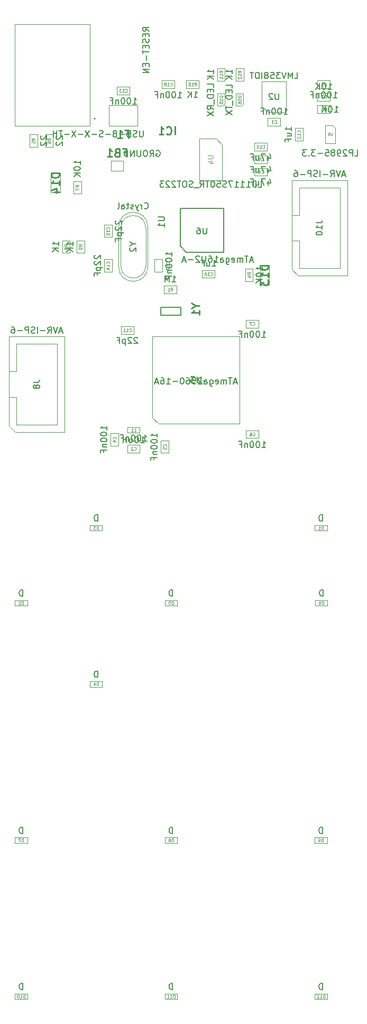
<source format=gbr>
%TF.GenerationSoftware,KiCad,Pcbnew,(6.0.8)*%
%TF.CreationDate,2022-11-02T23:41:58+01:00*%
%TF.ProjectId,crane,6372616e-652e-46b6-9963-61645f706362,rev?*%
%TF.SameCoordinates,Original*%
%TF.FileFunction,AssemblyDrawing,Bot*%
%FSLAX46Y46*%
G04 Gerber Fmt 4.6, Leading zero omitted, Abs format (unit mm)*
G04 Created by KiCad (PCBNEW (6.0.8)) date 2022-11-02 23:41:58*
%MOMM*%
%LPD*%
G01*
G04 APERTURE LIST*
%ADD10C,0.150000*%
%ADD11C,0.080000*%
%ADD12C,0.254000*%
%ADD13C,0.120000*%
%ADD14C,0.060000*%
%ADD15C,0.100000*%
%ADD16C,0.200000*%
G04 APERTURE END LIST*
D10*
%TO.C,J1*%
X145525476Y-104387380D02*
X145525476Y-105196904D01*
X145477857Y-105292142D01*
X145430238Y-105339761D01*
X145335000Y-105387380D01*
X145144523Y-105387380D01*
X145049285Y-105339761D01*
X145001666Y-105292142D01*
X144954047Y-105196904D01*
X144954047Y-104387380D01*
X144525476Y-105339761D02*
X144382619Y-105387380D01*
X144144523Y-105387380D01*
X144049285Y-105339761D01*
X144001666Y-105292142D01*
X143954047Y-105196904D01*
X143954047Y-105101666D01*
X144001666Y-105006428D01*
X144049285Y-104958809D01*
X144144523Y-104911190D01*
X144335000Y-104863571D01*
X144430238Y-104815952D01*
X144477857Y-104768333D01*
X144525476Y-104673095D01*
X144525476Y-104577857D01*
X144477857Y-104482619D01*
X144430238Y-104435000D01*
X144335000Y-104387380D01*
X144096904Y-104387380D01*
X143954047Y-104435000D01*
X143192142Y-104863571D02*
X143049285Y-104911190D01*
X143001666Y-104958809D01*
X142954047Y-105054047D01*
X142954047Y-105196904D01*
X143001666Y-105292142D01*
X143049285Y-105339761D01*
X143144523Y-105387380D01*
X143525476Y-105387380D01*
X143525476Y-104387380D01*
X143192142Y-104387380D01*
X143096904Y-104435000D01*
X143049285Y-104482619D01*
X143001666Y-104577857D01*
X143001666Y-104673095D01*
X143049285Y-104768333D01*
X143096904Y-104815952D01*
X143192142Y-104863571D01*
X143525476Y-104863571D01*
X142525476Y-105006428D02*
X141763571Y-105006428D01*
X140954047Y-104863571D02*
X140811190Y-104911190D01*
X140763571Y-104958809D01*
X140715952Y-105054047D01*
X140715952Y-105196904D01*
X140763571Y-105292142D01*
X140811190Y-105339761D01*
X140906428Y-105387380D01*
X141287380Y-105387380D01*
X141287380Y-104387380D01*
X140954047Y-104387380D01*
X140858809Y-104435000D01*
X140811190Y-104482619D01*
X140763571Y-104577857D01*
X140763571Y-104673095D01*
X140811190Y-104768333D01*
X140858809Y-104815952D01*
X140954047Y-104863571D01*
X141287380Y-104863571D01*
X140287380Y-105006428D02*
X139525476Y-105006428D01*
X139096904Y-105339761D02*
X138954047Y-105387380D01*
X138715952Y-105387380D01*
X138620714Y-105339761D01*
X138573095Y-105292142D01*
X138525476Y-105196904D01*
X138525476Y-105101666D01*
X138573095Y-105006428D01*
X138620714Y-104958809D01*
X138715952Y-104911190D01*
X138906428Y-104863571D01*
X139001666Y-104815952D01*
X139049285Y-104768333D01*
X139096904Y-104673095D01*
X139096904Y-104577857D01*
X139049285Y-104482619D01*
X139001666Y-104435000D01*
X138906428Y-104387380D01*
X138668333Y-104387380D01*
X138525476Y-104435000D01*
X138096904Y-105006428D02*
X137335000Y-105006428D01*
X136954047Y-104387380D02*
X136287380Y-105387380D01*
X136287380Y-104387380D02*
X136954047Y-105387380D01*
X135906428Y-105006428D02*
X135144523Y-105006428D01*
X134763571Y-104387380D02*
X134096904Y-105387380D01*
X134096904Y-104387380D02*
X134763571Y-105387380D01*
X133715952Y-105006428D02*
X132954047Y-105006428D01*
X132620714Y-104387380D02*
X132049285Y-104387380D01*
X132335000Y-105387380D02*
X132335000Y-104387380D01*
X131715952Y-105387380D02*
X131715952Y-104387380D01*
X131715952Y-104863571D02*
X131144523Y-104863571D01*
X131144523Y-105387380D02*
X131144523Y-104387380D01*
%TO.C,U1*%
X147952380Y-118238095D02*
X148761904Y-118238095D01*
X148857142Y-118285714D01*
X148904761Y-118333333D01*
X148952380Y-118428571D01*
X148952380Y-118619047D01*
X148904761Y-118714285D01*
X148857142Y-118761904D01*
X148761904Y-118809523D01*
X147952380Y-118809523D01*
X148952380Y-119809523D02*
X148952380Y-119238095D01*
X148952380Y-119523809D02*
X147952380Y-119523809D01*
X148095238Y-119428571D01*
X148190476Y-119333333D01*
X148238095Y-119238095D01*
%TO.C,D7*%
X126261904Y-216902380D02*
X126261904Y-215902380D01*
X126023809Y-215902380D01*
X125880952Y-215950000D01*
X125785714Y-216045238D01*
X125738095Y-216140476D01*
X125690476Y-216330952D01*
X125690476Y-216473809D01*
X125738095Y-216664285D01*
X125785714Y-216759523D01*
X125880952Y-216854761D01*
X126023809Y-216902380D01*
X126261904Y-216902380D01*
D11*
X126369047Y-218226190D02*
X126369047Y-217726190D01*
X126250000Y-217726190D01*
X126178571Y-217750000D01*
X126130952Y-217797619D01*
X126107142Y-217845238D01*
X126083333Y-217940476D01*
X126083333Y-218011904D01*
X126107142Y-218107142D01*
X126130952Y-218154761D01*
X126178571Y-218202380D01*
X126250000Y-218226190D01*
X126369047Y-218226190D01*
X125916666Y-217726190D02*
X125583333Y-217726190D01*
X125797619Y-218226190D01*
D10*
%TO.C,C1*%
X168047619Y-101772380D02*
X168619047Y-101772380D01*
X168333333Y-101772380D02*
X168333333Y-100772380D01*
X168428571Y-100915238D01*
X168523809Y-101010476D01*
X168619047Y-101058095D01*
X167428571Y-100772380D02*
X167333333Y-100772380D01*
X167238095Y-100820000D01*
X167190476Y-100867619D01*
X167142857Y-100962857D01*
X167095238Y-101153333D01*
X167095238Y-101391428D01*
X167142857Y-101581904D01*
X167190476Y-101677142D01*
X167238095Y-101724761D01*
X167333333Y-101772380D01*
X167428571Y-101772380D01*
X167523809Y-101724761D01*
X167571428Y-101677142D01*
X167619047Y-101581904D01*
X167666666Y-101391428D01*
X167666666Y-101153333D01*
X167619047Y-100962857D01*
X167571428Y-100867619D01*
X167523809Y-100820000D01*
X167428571Y-100772380D01*
X166476190Y-100772380D02*
X166380952Y-100772380D01*
X166285714Y-100820000D01*
X166238095Y-100867619D01*
X166190476Y-100962857D01*
X166142857Y-101153333D01*
X166142857Y-101391428D01*
X166190476Y-101581904D01*
X166238095Y-101677142D01*
X166285714Y-101724761D01*
X166380952Y-101772380D01*
X166476190Y-101772380D01*
X166571428Y-101724761D01*
X166619047Y-101677142D01*
X166666666Y-101581904D01*
X166714285Y-101391428D01*
X166714285Y-101153333D01*
X166666666Y-100962857D01*
X166619047Y-100867619D01*
X166571428Y-100820000D01*
X166476190Y-100772380D01*
X165714285Y-101105714D02*
X165714285Y-101772380D01*
X165714285Y-101200952D02*
X165666666Y-101153333D01*
X165571428Y-101105714D01*
X165428571Y-101105714D01*
X165333333Y-101153333D01*
X165285714Y-101248571D01*
X165285714Y-101772380D01*
X164476190Y-101248571D02*
X164809523Y-101248571D01*
X164809523Y-101772380D02*
X164809523Y-100772380D01*
X164333333Y-100772380D01*
D11*
X166583333Y-103178571D02*
X166607142Y-103202380D01*
X166678571Y-103226190D01*
X166726190Y-103226190D01*
X166797619Y-103202380D01*
X166845238Y-103154761D01*
X166869047Y-103107142D01*
X166892857Y-103011904D01*
X166892857Y-102940476D01*
X166869047Y-102845238D01*
X166845238Y-102797619D01*
X166797619Y-102750000D01*
X166726190Y-102726190D01*
X166678571Y-102726190D01*
X166607142Y-102750000D01*
X166583333Y-102773809D01*
X166107142Y-103226190D02*
X166392857Y-103226190D01*
X166250000Y-103226190D02*
X166250000Y-102726190D01*
X166297619Y-102797619D01*
X166345238Y-102845238D01*
X166392857Y-102869047D01*
D10*
%TO.C,D3*%
X138261904Y-166902380D02*
X138261904Y-165902380D01*
X138023809Y-165902380D01*
X137880952Y-165950000D01*
X137785714Y-166045238D01*
X137738095Y-166140476D01*
X137690476Y-166330952D01*
X137690476Y-166473809D01*
X137738095Y-166664285D01*
X137785714Y-166759523D01*
X137880952Y-166854761D01*
X138023809Y-166902380D01*
X138261904Y-166902380D01*
D11*
X138369047Y-168226190D02*
X138369047Y-167726190D01*
X138250000Y-167726190D01*
X138178571Y-167750000D01*
X138130952Y-167797619D01*
X138107142Y-167845238D01*
X138083333Y-167940476D01*
X138083333Y-168011904D01*
X138107142Y-168107142D01*
X138130952Y-168154761D01*
X138178571Y-168202380D01*
X138250000Y-168226190D01*
X138369047Y-168226190D01*
X137916666Y-167726190D02*
X137607142Y-167726190D01*
X137773809Y-167916666D01*
X137702380Y-167916666D01*
X137654761Y-167940476D01*
X137630952Y-167964285D01*
X137607142Y-168011904D01*
X137607142Y-168130952D01*
X137630952Y-168178571D01*
X137654761Y-168202380D01*
X137702380Y-168226190D01*
X137845238Y-168226190D01*
X137892857Y-168202380D01*
X137916666Y-168178571D01*
D10*
%TO.C,C7*%
X164547619Y-137469880D02*
X165119047Y-137469880D01*
X164833333Y-137469880D02*
X164833333Y-136469880D01*
X164928571Y-136612738D01*
X165023809Y-136707976D01*
X165119047Y-136755595D01*
X163928571Y-136469880D02*
X163833333Y-136469880D01*
X163738095Y-136517500D01*
X163690476Y-136565119D01*
X163642857Y-136660357D01*
X163595238Y-136850833D01*
X163595238Y-137088928D01*
X163642857Y-137279404D01*
X163690476Y-137374642D01*
X163738095Y-137422261D01*
X163833333Y-137469880D01*
X163928571Y-137469880D01*
X164023809Y-137422261D01*
X164071428Y-137374642D01*
X164119047Y-137279404D01*
X164166666Y-137088928D01*
X164166666Y-136850833D01*
X164119047Y-136660357D01*
X164071428Y-136565119D01*
X164023809Y-136517500D01*
X163928571Y-136469880D01*
X162976190Y-136469880D02*
X162880952Y-136469880D01*
X162785714Y-136517500D01*
X162738095Y-136565119D01*
X162690476Y-136660357D01*
X162642857Y-136850833D01*
X162642857Y-137088928D01*
X162690476Y-137279404D01*
X162738095Y-137374642D01*
X162785714Y-137422261D01*
X162880952Y-137469880D01*
X162976190Y-137469880D01*
X163071428Y-137422261D01*
X163119047Y-137374642D01*
X163166666Y-137279404D01*
X163214285Y-137088928D01*
X163214285Y-136850833D01*
X163166666Y-136660357D01*
X163119047Y-136565119D01*
X163071428Y-136517500D01*
X162976190Y-136469880D01*
X162214285Y-136803214D02*
X162214285Y-137469880D01*
X162214285Y-136898452D02*
X162166666Y-136850833D01*
X162071428Y-136803214D01*
X161928571Y-136803214D01*
X161833333Y-136850833D01*
X161785714Y-136946071D01*
X161785714Y-137469880D01*
X160976190Y-136946071D02*
X161309523Y-136946071D01*
X161309523Y-137469880D02*
X161309523Y-136469880D01*
X160833333Y-136469880D01*
D11*
X163083333Y-135516071D02*
X163107142Y-135539880D01*
X163178571Y-135563690D01*
X163226190Y-135563690D01*
X163297619Y-135539880D01*
X163345238Y-135492261D01*
X163369047Y-135444642D01*
X163392857Y-135349404D01*
X163392857Y-135277976D01*
X163369047Y-135182738D01*
X163345238Y-135135119D01*
X163297619Y-135087500D01*
X163226190Y-135063690D01*
X163178571Y-135063690D01*
X163107142Y-135087500D01*
X163083333Y-135111309D01*
X162916666Y-135063690D02*
X162583333Y-135063690D01*
X162797619Y-135563690D01*
D10*
%TO.C,C9*%
X165529166Y-110465714D02*
X165529166Y-111132380D01*
X165767261Y-110084761D02*
X166005357Y-110799047D01*
X165386309Y-110799047D01*
X165100595Y-110132380D02*
X164433928Y-110132380D01*
X164862500Y-111132380D01*
X163624404Y-110465714D02*
X163624404Y-111132380D01*
X164052976Y-110465714D02*
X164052976Y-110989523D01*
X164005357Y-111084761D01*
X163910119Y-111132380D01*
X163767261Y-111132380D01*
X163672023Y-111084761D01*
X163624404Y-111037142D01*
X162814880Y-110608571D02*
X163148214Y-110608571D01*
X163148214Y-111132380D02*
X163148214Y-110132380D01*
X162672023Y-110132380D01*
D11*
X164445833Y-109178571D02*
X164469642Y-109202380D01*
X164541071Y-109226190D01*
X164588690Y-109226190D01*
X164660119Y-109202380D01*
X164707738Y-109154761D01*
X164731547Y-109107142D01*
X164755357Y-109011904D01*
X164755357Y-108940476D01*
X164731547Y-108845238D01*
X164707738Y-108797619D01*
X164660119Y-108750000D01*
X164588690Y-108726190D01*
X164541071Y-108726190D01*
X164469642Y-108750000D01*
X164445833Y-108773809D01*
X164207738Y-109226190D02*
X164112500Y-109226190D01*
X164064880Y-109202380D01*
X164041071Y-109178571D01*
X163993452Y-109107142D01*
X163969642Y-109011904D01*
X163969642Y-108821428D01*
X163993452Y-108773809D01*
X164017261Y-108750000D01*
X164064880Y-108726190D01*
X164160119Y-108726190D01*
X164207738Y-108750000D01*
X164231547Y-108773809D01*
X164255357Y-108821428D01*
X164255357Y-108940476D01*
X164231547Y-108988095D01*
X164207738Y-109011904D01*
X164160119Y-109035714D01*
X164064880Y-109035714D01*
X164017261Y-109011904D01*
X163993452Y-108988095D01*
X163969642Y-108940476D01*
D12*
%TO.C,FB1*%
X142420833Y-107909285D02*
X142844166Y-107909285D01*
X142844166Y-108574523D02*
X142844166Y-107304523D01*
X142239404Y-107304523D01*
X141332261Y-107909285D02*
X141150833Y-107969761D01*
X141090357Y-108030238D01*
X141029880Y-108151190D01*
X141029880Y-108332619D01*
X141090357Y-108453571D01*
X141150833Y-108514047D01*
X141271785Y-108574523D01*
X141755595Y-108574523D01*
X141755595Y-107304523D01*
X141332261Y-107304523D01*
X141211309Y-107365000D01*
X141150833Y-107425476D01*
X141090357Y-107546428D01*
X141090357Y-107667380D01*
X141150833Y-107788333D01*
X141211309Y-107848809D01*
X141332261Y-107909285D01*
X141755595Y-107909285D01*
X139820357Y-108574523D02*
X140546071Y-108574523D01*
X140183214Y-108574523D02*
X140183214Y-107304523D01*
X140304166Y-107485952D01*
X140425119Y-107606904D01*
X140546071Y-107667380D01*
D10*
%TO.C,D11*%
X150261904Y-241902380D02*
X150261904Y-240902380D01*
X150023809Y-240902380D01*
X149880952Y-240950000D01*
X149785714Y-241045238D01*
X149738095Y-241140476D01*
X149690476Y-241330952D01*
X149690476Y-241473809D01*
X149738095Y-241664285D01*
X149785714Y-241759523D01*
X149880952Y-241854761D01*
X150023809Y-241902380D01*
X150261904Y-241902380D01*
D11*
X150607142Y-243226190D02*
X150607142Y-242726190D01*
X150488095Y-242726190D01*
X150416666Y-242750000D01*
X150369047Y-242797619D01*
X150345238Y-242845238D01*
X150321428Y-242940476D01*
X150321428Y-243011904D01*
X150345238Y-243107142D01*
X150369047Y-243154761D01*
X150416666Y-243202380D01*
X150488095Y-243226190D01*
X150607142Y-243226190D01*
X149845238Y-243226190D02*
X150130952Y-243226190D01*
X149988095Y-243226190D02*
X149988095Y-242726190D01*
X150035714Y-242797619D01*
X150083333Y-242845238D01*
X150130952Y-242869047D01*
X149369047Y-243226190D02*
X149654761Y-243226190D01*
X149511904Y-243226190D02*
X149511904Y-242726190D01*
X149559523Y-242797619D01*
X149607142Y-242845238D01*
X149654761Y-242869047D01*
D10*
%TO.C,C10*%
X165529166Y-108465714D02*
X165529166Y-109132380D01*
X165767261Y-108084761D02*
X166005357Y-108799047D01*
X165386309Y-108799047D01*
X165100595Y-108132380D02*
X164433928Y-108132380D01*
X164862500Y-109132380D01*
X163624404Y-108465714D02*
X163624404Y-109132380D01*
X164052976Y-108465714D02*
X164052976Y-108989523D01*
X164005357Y-109084761D01*
X163910119Y-109132380D01*
X163767261Y-109132380D01*
X163672023Y-109084761D01*
X163624404Y-109037142D01*
X162814880Y-108608571D02*
X163148214Y-108608571D01*
X163148214Y-109132380D02*
X163148214Y-108132380D01*
X162672023Y-108132380D01*
D11*
X164683928Y-107178571D02*
X164707738Y-107202380D01*
X164779166Y-107226190D01*
X164826785Y-107226190D01*
X164898214Y-107202380D01*
X164945833Y-107154761D01*
X164969642Y-107107142D01*
X164993452Y-107011904D01*
X164993452Y-106940476D01*
X164969642Y-106845238D01*
X164945833Y-106797619D01*
X164898214Y-106750000D01*
X164826785Y-106726190D01*
X164779166Y-106726190D01*
X164707738Y-106750000D01*
X164683928Y-106773809D01*
X164207738Y-107226190D02*
X164493452Y-107226190D01*
X164350595Y-107226190D02*
X164350595Y-106726190D01*
X164398214Y-106797619D01*
X164445833Y-106845238D01*
X164493452Y-106869047D01*
X163898214Y-106726190D02*
X163850595Y-106726190D01*
X163802976Y-106750000D01*
X163779166Y-106773809D01*
X163755357Y-106821428D01*
X163731547Y-106916666D01*
X163731547Y-107035714D01*
X163755357Y-107130952D01*
X163779166Y-107178571D01*
X163802976Y-107202380D01*
X163850595Y-107226190D01*
X163898214Y-107226190D01*
X163945833Y-107202380D01*
X163969642Y-107178571D01*
X163993452Y-107130952D01*
X164017261Y-107035714D01*
X164017261Y-106916666D01*
X163993452Y-106821428D01*
X163969642Y-106773809D01*
X163945833Y-106750000D01*
X163898214Y-106726190D01*
D10*
%TO.C,R3*%
X176140476Y-101452380D02*
X176711904Y-101452380D01*
X176426190Y-101452380D02*
X176426190Y-100452380D01*
X176521428Y-100595238D01*
X176616666Y-100690476D01*
X176711904Y-100738095D01*
X175521428Y-100452380D02*
X175426190Y-100452380D01*
X175330952Y-100500000D01*
X175283333Y-100547619D01*
X175235714Y-100642857D01*
X175188095Y-100833333D01*
X175188095Y-101071428D01*
X175235714Y-101261904D01*
X175283333Y-101357142D01*
X175330952Y-101404761D01*
X175426190Y-101452380D01*
X175521428Y-101452380D01*
X175616666Y-101404761D01*
X175664285Y-101357142D01*
X175711904Y-101261904D01*
X175759523Y-101071428D01*
X175759523Y-100833333D01*
X175711904Y-100642857D01*
X175664285Y-100547619D01*
X175616666Y-100500000D01*
X175521428Y-100452380D01*
X174759523Y-101452380D02*
X174759523Y-100452380D01*
X174188095Y-101452380D02*
X174616666Y-100880952D01*
X174188095Y-100452380D02*
X174759523Y-101023809D01*
D11*
X174533333Y-101226190D02*
X174700000Y-100988095D01*
X174819047Y-101226190D02*
X174819047Y-100726190D01*
X174628571Y-100726190D01*
X174580952Y-100750000D01*
X174557142Y-100773809D01*
X174533333Y-100821428D01*
X174533333Y-100892857D01*
X174557142Y-100940476D01*
X174580952Y-100964285D01*
X174628571Y-100988095D01*
X174819047Y-100988095D01*
X174366666Y-100726190D02*
X174057142Y-100726190D01*
X174223809Y-100916666D01*
X174152380Y-100916666D01*
X174104761Y-100940476D01*
X174080952Y-100964285D01*
X174057142Y-101011904D01*
X174057142Y-101130952D01*
X174080952Y-101178571D01*
X174104761Y-101202380D01*
X174152380Y-101226190D01*
X174295238Y-101226190D01*
X174342857Y-101202380D01*
X174366666Y-101178571D01*
D12*
%TO.C,IC1*%
X150602261Y-105034523D02*
X150602261Y-103764523D01*
X149271785Y-104913571D02*
X149332261Y-104974047D01*
X149513690Y-105034523D01*
X149634642Y-105034523D01*
X149816071Y-104974047D01*
X149937023Y-104853095D01*
X149997500Y-104732142D01*
X150057976Y-104490238D01*
X150057976Y-104308809D01*
X149997500Y-104066904D01*
X149937023Y-103945952D01*
X149816071Y-103825000D01*
X149634642Y-103764523D01*
X149513690Y-103764523D01*
X149332261Y-103825000D01*
X149271785Y-103885476D01*
X148062261Y-105034523D02*
X148787976Y-105034523D01*
X148425119Y-105034523D02*
X148425119Y-103764523D01*
X148546071Y-103945952D01*
X148667023Y-104066904D01*
X148787976Y-104127380D01*
D10*
%TO.C,U4*%
X163957738Y-113452380D02*
X164433928Y-113452380D01*
X164433928Y-112452380D01*
X163624404Y-113452380D02*
X163624404Y-112452380D01*
X163386309Y-112452380D01*
X163243452Y-112500000D01*
X163148214Y-112595238D01*
X163100595Y-112690476D01*
X163052976Y-112880952D01*
X163052976Y-113023809D01*
X163100595Y-113214285D01*
X163148214Y-113309523D01*
X163243452Y-113404761D01*
X163386309Y-113452380D01*
X163624404Y-113452380D01*
X162100595Y-113452380D02*
X162672023Y-113452380D01*
X162386309Y-113452380D02*
X162386309Y-112452380D01*
X162481547Y-112595238D01*
X162576785Y-112690476D01*
X162672023Y-112738095D01*
X161148214Y-113452380D02*
X161719642Y-113452380D01*
X161433928Y-113452380D02*
X161433928Y-112452380D01*
X161529166Y-112595238D01*
X161624404Y-112690476D01*
X161719642Y-112738095D01*
X160195833Y-113452380D02*
X160767261Y-113452380D01*
X160481547Y-113452380D02*
X160481547Y-112452380D01*
X160576785Y-112595238D01*
X160672023Y-112690476D01*
X160767261Y-112738095D01*
X159862500Y-112452380D02*
X159195833Y-112452380D01*
X159624404Y-113452380D01*
X158862500Y-113404761D02*
X158719642Y-113452380D01*
X158481547Y-113452380D01*
X158386309Y-113404761D01*
X158338690Y-113357142D01*
X158291071Y-113261904D01*
X158291071Y-113166666D01*
X158338690Y-113071428D01*
X158386309Y-113023809D01*
X158481547Y-112976190D01*
X158672023Y-112928571D01*
X158767261Y-112880952D01*
X158814880Y-112833333D01*
X158862500Y-112738095D01*
X158862500Y-112642857D01*
X158814880Y-112547619D01*
X158767261Y-112500000D01*
X158672023Y-112452380D01*
X158433928Y-112452380D01*
X158291071Y-112500000D01*
X157386309Y-112452380D02*
X157862500Y-112452380D01*
X157910119Y-112928571D01*
X157862500Y-112880952D01*
X157767261Y-112833333D01*
X157529166Y-112833333D01*
X157433928Y-112880952D01*
X157386309Y-112928571D01*
X157338690Y-113023809D01*
X157338690Y-113261904D01*
X157386309Y-113357142D01*
X157433928Y-113404761D01*
X157529166Y-113452380D01*
X157767261Y-113452380D01*
X157862500Y-113404761D01*
X157910119Y-113357142D01*
X156719642Y-112452380D02*
X156624404Y-112452380D01*
X156529166Y-112500000D01*
X156481547Y-112547619D01*
X156433928Y-112642857D01*
X156386309Y-112833333D01*
X156386309Y-113071428D01*
X156433928Y-113261904D01*
X156481547Y-113357142D01*
X156529166Y-113404761D01*
X156624404Y-113452380D01*
X156719642Y-113452380D01*
X156814880Y-113404761D01*
X156862500Y-113357142D01*
X156910119Y-113261904D01*
X156957738Y-113071428D01*
X156957738Y-112833333D01*
X156910119Y-112642857D01*
X156862500Y-112547619D01*
X156814880Y-112500000D01*
X156719642Y-112452380D01*
X156100595Y-112452380D02*
X155529166Y-112452380D01*
X155814880Y-113452380D02*
X155814880Y-112452380D01*
X154624404Y-113452380D02*
X154957738Y-112976190D01*
X155195833Y-113452380D02*
X155195833Y-112452380D01*
X154814880Y-112452380D01*
X154719642Y-112500000D01*
X154672023Y-112547619D01*
X154624404Y-112642857D01*
X154624404Y-112785714D01*
X154672023Y-112880952D01*
X154719642Y-112928571D01*
X154814880Y-112976190D01*
X155195833Y-112976190D01*
X154433928Y-113547619D02*
X153672023Y-113547619D01*
X153481547Y-113404761D02*
X153338690Y-113452380D01*
X153100595Y-113452380D01*
X153005357Y-113404761D01*
X152957738Y-113357142D01*
X152910119Y-113261904D01*
X152910119Y-113166666D01*
X152957738Y-113071428D01*
X153005357Y-113023809D01*
X153100595Y-112976190D01*
X153291071Y-112928571D01*
X153386309Y-112880952D01*
X153433928Y-112833333D01*
X153481547Y-112738095D01*
X153481547Y-112642857D01*
X153433928Y-112547619D01*
X153386309Y-112500000D01*
X153291071Y-112452380D01*
X153052976Y-112452380D01*
X152910119Y-112500000D01*
X152291071Y-112452380D02*
X152100595Y-112452380D01*
X152005357Y-112500000D01*
X151910119Y-112595238D01*
X151862500Y-112785714D01*
X151862500Y-113119047D01*
X151910119Y-113309523D01*
X152005357Y-113404761D01*
X152100595Y-113452380D01*
X152291071Y-113452380D01*
X152386309Y-113404761D01*
X152481547Y-113309523D01*
X152529166Y-113119047D01*
X152529166Y-112785714D01*
X152481547Y-112595238D01*
X152386309Y-112500000D01*
X152291071Y-112452380D01*
X151576785Y-112452380D02*
X151005357Y-112452380D01*
X151291071Y-113452380D02*
X151291071Y-112452380D01*
X150719642Y-112547619D02*
X150672023Y-112500000D01*
X150576785Y-112452380D01*
X150338690Y-112452380D01*
X150243452Y-112500000D01*
X150195833Y-112547619D01*
X150148214Y-112642857D01*
X150148214Y-112738095D01*
X150195833Y-112880952D01*
X150767261Y-113452380D01*
X150148214Y-113452380D01*
X149767261Y-112547619D02*
X149719642Y-112500000D01*
X149624404Y-112452380D01*
X149386309Y-112452380D01*
X149291071Y-112500000D01*
X149243452Y-112547619D01*
X149195833Y-112642857D01*
X149195833Y-112738095D01*
X149243452Y-112880952D01*
X149814880Y-113452380D01*
X149195833Y-113452380D01*
X148862500Y-112452380D02*
X148243452Y-112452380D01*
X148576785Y-112833333D01*
X148433928Y-112833333D01*
X148338690Y-112880952D01*
X148291071Y-112928571D01*
X148243452Y-113023809D01*
X148243452Y-113261904D01*
X148291071Y-113357142D01*
X148338690Y-113404761D01*
X148433928Y-113452380D01*
X148719642Y-113452380D01*
X148814880Y-113404761D01*
X148862500Y-113357142D01*
D13*
X155924404Y-108390476D02*
X156572023Y-108390476D01*
X156648214Y-108428571D01*
X156686309Y-108466666D01*
X156724404Y-108542857D01*
X156724404Y-108695238D01*
X156686309Y-108771428D01*
X156648214Y-108809523D01*
X156572023Y-108847619D01*
X155924404Y-108847619D01*
X156191071Y-109571428D02*
X156724404Y-109571428D01*
X155886309Y-109380952D02*
X156457738Y-109190476D01*
X156457738Y-109685714D01*
D10*
%TO.C,U2*%
X169738095Y-96052380D02*
X170214285Y-96052380D01*
X170214285Y-95052380D01*
X169404761Y-96052380D02*
X169404761Y-95052380D01*
X169071428Y-95766666D01*
X168738095Y-95052380D01*
X168738095Y-96052380D01*
X168404761Y-95052380D02*
X168071428Y-96052380D01*
X167738095Y-95052380D01*
X167500000Y-95052380D02*
X166880952Y-95052380D01*
X167214285Y-95433333D01*
X167071428Y-95433333D01*
X166976190Y-95480952D01*
X166928571Y-95528571D01*
X166880952Y-95623809D01*
X166880952Y-95861904D01*
X166928571Y-95957142D01*
X166976190Y-96004761D01*
X167071428Y-96052380D01*
X167357142Y-96052380D01*
X167452380Y-96004761D01*
X167500000Y-95957142D01*
X165976190Y-95052380D02*
X166452380Y-95052380D01*
X166500000Y-95528571D01*
X166452380Y-95480952D01*
X166357142Y-95433333D01*
X166119047Y-95433333D01*
X166023809Y-95480952D01*
X165976190Y-95528571D01*
X165928571Y-95623809D01*
X165928571Y-95861904D01*
X165976190Y-95957142D01*
X166023809Y-96004761D01*
X166119047Y-96052380D01*
X166357142Y-96052380D01*
X166452380Y-96004761D01*
X166500000Y-95957142D01*
X165357142Y-95480952D02*
X165452380Y-95433333D01*
X165500000Y-95385714D01*
X165547619Y-95290476D01*
X165547619Y-95242857D01*
X165500000Y-95147619D01*
X165452380Y-95100000D01*
X165357142Y-95052380D01*
X165166666Y-95052380D01*
X165071428Y-95100000D01*
X165023809Y-95147619D01*
X164976190Y-95242857D01*
X164976190Y-95290476D01*
X165023809Y-95385714D01*
X165071428Y-95433333D01*
X165166666Y-95480952D01*
X165357142Y-95480952D01*
X165452380Y-95528571D01*
X165500000Y-95576190D01*
X165547619Y-95671428D01*
X165547619Y-95861904D01*
X165500000Y-95957142D01*
X165452380Y-96004761D01*
X165357142Y-96052380D01*
X165166666Y-96052380D01*
X165071428Y-96004761D01*
X165023809Y-95957142D01*
X164976190Y-95861904D01*
X164976190Y-95671428D01*
X165023809Y-95576190D01*
X165071428Y-95528571D01*
X165166666Y-95480952D01*
X164547619Y-96052380D02*
X164547619Y-95052380D01*
X164071428Y-96052380D02*
X164071428Y-95052380D01*
X163833333Y-95052380D01*
X163690476Y-95100000D01*
X163595238Y-95195238D01*
X163547619Y-95290476D01*
X163500000Y-95480952D01*
X163500000Y-95623809D01*
X163547619Y-95814285D01*
X163595238Y-95909523D01*
X163690476Y-96004761D01*
X163833333Y-96052380D01*
X164071428Y-96052380D01*
X163214285Y-95052380D02*
X162642857Y-95052380D01*
X162928571Y-96052380D02*
X162928571Y-95052380D01*
X167246666Y-98463333D02*
X167246666Y-99256666D01*
X167200000Y-99350000D01*
X167153333Y-99396666D01*
X167060000Y-99443333D01*
X166873333Y-99443333D01*
X166780000Y-99396666D01*
X166733333Y-99350000D01*
X166686666Y-99256666D01*
X166686666Y-98463333D01*
X166266666Y-98556666D02*
X166220000Y-98510000D01*
X166126666Y-98463333D01*
X165893333Y-98463333D01*
X165800000Y-98510000D01*
X165753333Y-98556666D01*
X165706666Y-98650000D01*
X165706666Y-98743333D01*
X165753333Y-98883333D01*
X166313333Y-99443333D01*
X165706666Y-99443333D01*
%TO.C,D4*%
X138261904Y-191902380D02*
X138261904Y-190902380D01*
X138023809Y-190902380D01*
X137880952Y-190950000D01*
X137785714Y-191045238D01*
X137738095Y-191140476D01*
X137690476Y-191330952D01*
X137690476Y-191473809D01*
X137738095Y-191664285D01*
X137785714Y-191759523D01*
X137880952Y-191854761D01*
X138023809Y-191902380D01*
X138261904Y-191902380D01*
D11*
X138369047Y-193226190D02*
X138369047Y-192726190D01*
X138250000Y-192726190D01*
X138178571Y-192750000D01*
X138130952Y-192797619D01*
X138107142Y-192845238D01*
X138083333Y-192940476D01*
X138083333Y-193011904D01*
X138107142Y-193107142D01*
X138130952Y-193154761D01*
X138178571Y-193202380D01*
X138250000Y-193226190D01*
X138369047Y-193226190D01*
X137654761Y-192892857D02*
X137654761Y-193226190D01*
X137773809Y-192702380D02*
X137892857Y-193059523D01*
X137583333Y-193059523D01*
D12*
%TO.C,Y1*%
X153969761Y-132395238D02*
X154574523Y-132395238D01*
X153304523Y-131971904D02*
X153969761Y-132395238D01*
X153304523Y-132818571D01*
X154574523Y-133907142D02*
X154574523Y-133181428D01*
X154574523Y-133544285D02*
X153304523Y-133544285D01*
X153485952Y-133423333D01*
X153606904Y-133302380D01*
X153667380Y-133181428D01*
D10*
%TO.C,C6*%
X164547619Y-155132380D02*
X165119047Y-155132380D01*
X164833333Y-155132380D02*
X164833333Y-154132380D01*
X164928571Y-154275238D01*
X165023809Y-154370476D01*
X165119047Y-154418095D01*
X163928571Y-154132380D02*
X163833333Y-154132380D01*
X163738095Y-154180000D01*
X163690476Y-154227619D01*
X163642857Y-154322857D01*
X163595238Y-154513333D01*
X163595238Y-154751428D01*
X163642857Y-154941904D01*
X163690476Y-155037142D01*
X163738095Y-155084761D01*
X163833333Y-155132380D01*
X163928571Y-155132380D01*
X164023809Y-155084761D01*
X164071428Y-155037142D01*
X164119047Y-154941904D01*
X164166666Y-154751428D01*
X164166666Y-154513333D01*
X164119047Y-154322857D01*
X164071428Y-154227619D01*
X164023809Y-154180000D01*
X163928571Y-154132380D01*
X162976190Y-154132380D02*
X162880952Y-154132380D01*
X162785714Y-154180000D01*
X162738095Y-154227619D01*
X162690476Y-154322857D01*
X162642857Y-154513333D01*
X162642857Y-154751428D01*
X162690476Y-154941904D01*
X162738095Y-155037142D01*
X162785714Y-155084761D01*
X162880952Y-155132380D01*
X162976190Y-155132380D01*
X163071428Y-155084761D01*
X163119047Y-155037142D01*
X163166666Y-154941904D01*
X163214285Y-154751428D01*
X163214285Y-154513333D01*
X163166666Y-154322857D01*
X163119047Y-154227619D01*
X163071428Y-154180000D01*
X162976190Y-154132380D01*
X162214285Y-154465714D02*
X162214285Y-155132380D01*
X162214285Y-154560952D02*
X162166666Y-154513333D01*
X162071428Y-154465714D01*
X161928571Y-154465714D01*
X161833333Y-154513333D01*
X161785714Y-154608571D01*
X161785714Y-155132380D01*
X160976190Y-154608571D02*
X161309523Y-154608571D01*
X161309523Y-155132380D02*
X161309523Y-154132380D01*
X160833333Y-154132380D01*
D11*
X163083333Y-153178571D02*
X163107142Y-153202380D01*
X163178571Y-153226190D01*
X163226190Y-153226190D01*
X163297619Y-153202380D01*
X163345238Y-153154761D01*
X163369047Y-153107142D01*
X163392857Y-153011904D01*
X163392857Y-152940476D01*
X163369047Y-152845238D01*
X163345238Y-152797619D01*
X163297619Y-152750000D01*
X163226190Y-152726190D01*
X163178571Y-152726190D01*
X163107142Y-152750000D01*
X163083333Y-152773809D01*
X162654761Y-152726190D02*
X162750000Y-152726190D01*
X162797619Y-152750000D01*
X162821428Y-152773809D01*
X162869047Y-152845238D01*
X162892857Y-152940476D01*
X162892857Y-153130952D01*
X162869047Y-153178571D01*
X162845238Y-153202380D01*
X162797619Y-153226190D01*
X162702380Y-153226190D01*
X162654761Y-153202380D01*
X162630952Y-153178571D01*
X162607142Y-153130952D01*
X162607142Y-153011904D01*
X162630952Y-152964285D01*
X162654761Y-152940476D01*
X162702380Y-152916666D01*
X162797619Y-152916666D01*
X162845238Y-152940476D01*
X162869047Y-152964285D01*
X162892857Y-153011904D01*
D12*
%TO.C,D14*%
X132074523Y-111207857D02*
X130804523Y-111207857D01*
X130804523Y-111510238D01*
X130865000Y-111691666D01*
X130985952Y-111812619D01*
X131106904Y-111873095D01*
X131348809Y-111933571D01*
X131530238Y-111933571D01*
X131772142Y-111873095D01*
X131893095Y-111812619D01*
X132014047Y-111691666D01*
X132074523Y-111510238D01*
X132074523Y-111207857D01*
X132074523Y-113143095D02*
X132074523Y-112417380D01*
X132074523Y-112780238D02*
X130804523Y-112780238D01*
X130985952Y-112659285D01*
X131106904Y-112538333D01*
X131167380Y-112417380D01*
X131227857Y-114231666D02*
X132074523Y-114231666D01*
X130744047Y-113929285D02*
X131651190Y-113626904D01*
X131651190Y-114413095D01*
D10*
%TO.C,D2*%
X126261904Y-178902380D02*
X126261904Y-177902380D01*
X126023809Y-177902380D01*
X125880952Y-177950000D01*
X125785714Y-178045238D01*
X125738095Y-178140476D01*
X125690476Y-178330952D01*
X125690476Y-178473809D01*
X125738095Y-178664285D01*
X125785714Y-178759523D01*
X125880952Y-178854761D01*
X126023809Y-178902380D01*
X126261904Y-178902380D01*
D11*
X126369047Y-180226190D02*
X126369047Y-179726190D01*
X126250000Y-179726190D01*
X126178571Y-179750000D01*
X126130952Y-179797619D01*
X126107142Y-179845238D01*
X126083333Y-179940476D01*
X126083333Y-180011904D01*
X126107142Y-180107142D01*
X126130952Y-180154761D01*
X126178571Y-180202380D01*
X126250000Y-180226190D01*
X126369047Y-180226190D01*
X125892857Y-179773809D02*
X125869047Y-179750000D01*
X125821428Y-179726190D01*
X125702380Y-179726190D01*
X125654761Y-179750000D01*
X125630952Y-179773809D01*
X125607142Y-179821428D01*
X125607142Y-179869047D01*
X125630952Y-179940476D01*
X125916666Y-180226190D01*
X125607142Y-180226190D01*
D10*
%TO.C,R12*%
X159802380Y-95223214D02*
X159802380Y-94651785D01*
X159802380Y-94937500D02*
X158802380Y-94937500D01*
X158945238Y-94842261D01*
X159040476Y-94747023D01*
X159088095Y-94651785D01*
X159802380Y-95651785D02*
X158802380Y-95651785D01*
X159802380Y-96223214D02*
X159230952Y-95794642D01*
X158802380Y-96223214D02*
X159373809Y-95651785D01*
D11*
X161226190Y-95116071D02*
X160988095Y-94949404D01*
X161226190Y-94830357D02*
X160726190Y-94830357D01*
X160726190Y-95020833D01*
X160750000Y-95068452D01*
X160773809Y-95092261D01*
X160821428Y-95116071D01*
X160892857Y-95116071D01*
X160940476Y-95092261D01*
X160964285Y-95068452D01*
X160988095Y-95020833D01*
X160988095Y-94830357D01*
X161226190Y-95592261D02*
X161226190Y-95306547D01*
X161226190Y-95449404D02*
X160726190Y-95449404D01*
X160797619Y-95401785D01*
X160845238Y-95354166D01*
X160869047Y-95306547D01*
X160773809Y-95782738D02*
X160750000Y-95806547D01*
X160726190Y-95854166D01*
X160726190Y-95973214D01*
X160750000Y-96020833D01*
X160773809Y-96044642D01*
X160821428Y-96068452D01*
X160869047Y-96068452D01*
X160940476Y-96044642D01*
X161226190Y-95758928D01*
X161226190Y-96068452D01*
D10*
%TO.C,D12*%
X174261904Y-241902380D02*
X174261904Y-240902380D01*
X174023809Y-240902380D01*
X173880952Y-240950000D01*
X173785714Y-241045238D01*
X173738095Y-241140476D01*
X173690476Y-241330952D01*
X173690476Y-241473809D01*
X173738095Y-241664285D01*
X173785714Y-241759523D01*
X173880952Y-241854761D01*
X174023809Y-241902380D01*
X174261904Y-241902380D01*
D11*
X174607142Y-243226190D02*
X174607142Y-242726190D01*
X174488095Y-242726190D01*
X174416666Y-242750000D01*
X174369047Y-242797619D01*
X174345238Y-242845238D01*
X174321428Y-242940476D01*
X174321428Y-243011904D01*
X174345238Y-243107142D01*
X174369047Y-243154761D01*
X174416666Y-243202380D01*
X174488095Y-243226190D01*
X174607142Y-243226190D01*
X173845238Y-243226190D02*
X174130952Y-243226190D01*
X173988095Y-243226190D02*
X173988095Y-242726190D01*
X174035714Y-242797619D01*
X174083333Y-242845238D01*
X174130952Y-242869047D01*
X173654761Y-242773809D02*
X173630952Y-242750000D01*
X173583333Y-242726190D01*
X173464285Y-242726190D01*
X173416666Y-242750000D01*
X173392857Y-242773809D01*
X173369047Y-242821428D01*
X173369047Y-242869047D01*
X173392857Y-242940476D01*
X173678571Y-243226190D01*
X173369047Y-243226190D01*
D10*
%TO.C,R1*%
X150148214Y-128639880D02*
X150719642Y-128639880D01*
X150433928Y-128639880D02*
X150433928Y-127639880D01*
X150529166Y-127782738D01*
X150624404Y-127877976D01*
X150719642Y-127925595D01*
X149719642Y-128639880D02*
X149719642Y-127639880D01*
X149386309Y-128354166D01*
X149052976Y-127639880D01*
X149052976Y-128639880D01*
D11*
X149945833Y-130063690D02*
X150112500Y-129825595D01*
X150231547Y-130063690D02*
X150231547Y-129563690D01*
X150041071Y-129563690D01*
X149993452Y-129587500D01*
X149969642Y-129611309D01*
X149945833Y-129658928D01*
X149945833Y-129730357D01*
X149969642Y-129777976D01*
X149993452Y-129801785D01*
X150041071Y-129825595D01*
X150231547Y-129825595D01*
X149469642Y-130063690D02*
X149755357Y-130063690D01*
X149612500Y-130063690D02*
X149612500Y-129563690D01*
X149660119Y-129635119D01*
X149707738Y-129682738D01*
X149755357Y-129706547D01*
D10*
%TO.C,R10*%
X153664285Y-99102380D02*
X154235714Y-99102380D01*
X153950000Y-99102380D02*
X153950000Y-98102380D01*
X154045238Y-98245238D01*
X154140476Y-98340476D01*
X154235714Y-98388095D01*
X153235714Y-99102380D02*
X153235714Y-98102380D01*
X152664285Y-99102380D02*
X153092857Y-98530952D01*
X152664285Y-98102380D02*
X153235714Y-98673809D01*
D11*
X153771428Y-97226190D02*
X153938095Y-96988095D01*
X154057142Y-97226190D02*
X154057142Y-96726190D01*
X153866666Y-96726190D01*
X153819047Y-96750000D01*
X153795238Y-96773809D01*
X153771428Y-96821428D01*
X153771428Y-96892857D01*
X153795238Y-96940476D01*
X153819047Y-96964285D01*
X153866666Y-96988095D01*
X154057142Y-96988095D01*
X153295238Y-97226190D02*
X153580952Y-97226190D01*
X153438095Y-97226190D02*
X153438095Y-96726190D01*
X153485714Y-96797619D01*
X153533333Y-96845238D01*
X153580952Y-96869047D01*
X152985714Y-96726190D02*
X152938095Y-96726190D01*
X152890476Y-96750000D01*
X152866666Y-96773809D01*
X152842857Y-96821428D01*
X152819047Y-96916666D01*
X152819047Y-97035714D01*
X152842857Y-97130952D01*
X152866666Y-97178571D01*
X152890476Y-97202380D01*
X152938095Y-97226190D01*
X152985714Y-97226190D01*
X153033333Y-97202380D01*
X153057142Y-97178571D01*
X153080952Y-97130952D01*
X153104761Y-97035714D01*
X153104761Y-96916666D01*
X153080952Y-96821428D01*
X153057142Y-96773809D01*
X153033333Y-96750000D01*
X152985714Y-96726190D01*
D10*
%TO.C,C14*%
X137817619Y-124357142D02*
X137770000Y-124404761D01*
X137722380Y-124500000D01*
X137722380Y-124738095D01*
X137770000Y-124833333D01*
X137817619Y-124880952D01*
X137912857Y-124928571D01*
X138008095Y-124928571D01*
X138150952Y-124880952D01*
X138722380Y-124309523D01*
X138722380Y-124928571D01*
X137817619Y-125309523D02*
X137770000Y-125357142D01*
X137722380Y-125452380D01*
X137722380Y-125690476D01*
X137770000Y-125785714D01*
X137817619Y-125833333D01*
X137912857Y-125880952D01*
X138008095Y-125880952D01*
X138150952Y-125833333D01*
X138722380Y-125261904D01*
X138722380Y-125880952D01*
X138055714Y-126309523D02*
X139055714Y-126309523D01*
X138103333Y-126309523D02*
X138055714Y-126404761D01*
X138055714Y-126595238D01*
X138103333Y-126690476D01*
X138150952Y-126738095D01*
X138246190Y-126785714D01*
X138531904Y-126785714D01*
X138627142Y-126738095D01*
X138674761Y-126690476D01*
X138722380Y-126595238D01*
X138722380Y-126404761D01*
X138674761Y-126309523D01*
X138198571Y-127547619D02*
X138198571Y-127214285D01*
X138722380Y-127214285D02*
X137722380Y-127214285D01*
X137722380Y-127690476D01*
D11*
X140128571Y-125678571D02*
X140152380Y-125654761D01*
X140176190Y-125583333D01*
X140176190Y-125535714D01*
X140152380Y-125464285D01*
X140104761Y-125416666D01*
X140057142Y-125392857D01*
X139961904Y-125369047D01*
X139890476Y-125369047D01*
X139795238Y-125392857D01*
X139747619Y-125416666D01*
X139700000Y-125464285D01*
X139676190Y-125535714D01*
X139676190Y-125583333D01*
X139700000Y-125654761D01*
X139723809Y-125678571D01*
X140176190Y-126154761D02*
X140176190Y-125869047D01*
X140176190Y-126011904D02*
X139676190Y-126011904D01*
X139747619Y-125964285D01*
X139795238Y-125916666D01*
X139819047Y-125869047D01*
X139842857Y-126583333D02*
X140176190Y-126583333D01*
X139652380Y-126464285D02*
X140009523Y-126345238D01*
X140009523Y-126654761D01*
D10*
%TO.C,R9*%
X134302380Y-122785714D02*
X134302380Y-122214285D01*
X134302380Y-122500000D02*
X133302380Y-122500000D01*
X133445238Y-122404761D01*
X133540476Y-122309523D01*
X133588095Y-122214285D01*
X134302380Y-123214285D02*
X133302380Y-123214285D01*
X134302380Y-123785714D02*
X133730952Y-123357142D01*
X133302380Y-123785714D02*
X133873809Y-123214285D01*
D11*
X135726190Y-122916666D02*
X135488095Y-122750000D01*
X135726190Y-122630952D02*
X135226190Y-122630952D01*
X135226190Y-122821428D01*
X135250000Y-122869047D01*
X135273809Y-122892857D01*
X135321428Y-122916666D01*
X135392857Y-122916666D01*
X135440476Y-122892857D01*
X135464285Y-122869047D01*
X135488095Y-122821428D01*
X135488095Y-122630952D01*
X135726190Y-123154761D02*
X135726190Y-123250000D01*
X135702380Y-123297619D01*
X135678571Y-123321428D01*
X135607142Y-123369047D01*
X135511904Y-123392857D01*
X135321428Y-123392857D01*
X135273809Y-123369047D01*
X135250000Y-123345238D01*
X135226190Y-123297619D01*
X135226190Y-123202380D01*
X135250000Y-123154761D01*
X135273809Y-123130952D01*
X135321428Y-123107142D01*
X135440476Y-123107142D01*
X135488095Y-123130952D01*
X135511904Y-123154761D01*
X135535714Y-123202380D01*
X135535714Y-123297619D01*
X135511904Y-123345238D01*
X135488095Y-123369047D01*
X135440476Y-123392857D01*
D10*
%TO.C,D5*%
X150261904Y-178902380D02*
X150261904Y-177902380D01*
X150023809Y-177902380D01*
X149880952Y-177950000D01*
X149785714Y-178045238D01*
X149738095Y-178140476D01*
X149690476Y-178330952D01*
X149690476Y-178473809D01*
X149738095Y-178664285D01*
X149785714Y-178759523D01*
X149880952Y-178854761D01*
X150023809Y-178902380D01*
X150261904Y-178902380D01*
D11*
X150369047Y-180226190D02*
X150369047Y-179726190D01*
X150250000Y-179726190D01*
X150178571Y-179750000D01*
X150130952Y-179797619D01*
X150107142Y-179845238D01*
X150083333Y-179940476D01*
X150083333Y-180011904D01*
X150107142Y-180107142D01*
X150130952Y-180154761D01*
X150178571Y-180202380D01*
X150250000Y-180226190D01*
X150369047Y-180226190D01*
X149630952Y-179726190D02*
X149869047Y-179726190D01*
X149892857Y-179964285D01*
X149869047Y-179940476D01*
X149821428Y-179916666D01*
X149702380Y-179916666D01*
X149654761Y-179940476D01*
X149630952Y-179964285D01*
X149607142Y-180011904D01*
X149607142Y-180130952D01*
X149630952Y-180178571D01*
X149654761Y-180202380D01*
X149702380Y-180226190D01*
X149821428Y-180226190D01*
X149869047Y-180202380D01*
X149892857Y-180178571D01*
D10*
%TO.C,U3*%
X160523809Y-144666666D02*
X160047619Y-144666666D01*
X160619047Y-144952380D02*
X160285714Y-143952380D01*
X159952380Y-144952380D01*
X159761904Y-143952380D02*
X159190476Y-143952380D01*
X159476190Y-144952380D02*
X159476190Y-143952380D01*
X158857142Y-144952380D02*
X158857142Y-144285714D01*
X158857142Y-144380952D02*
X158809523Y-144333333D01*
X158714285Y-144285714D01*
X158571428Y-144285714D01*
X158476190Y-144333333D01*
X158428571Y-144428571D01*
X158428571Y-144952380D01*
X158428571Y-144428571D02*
X158380952Y-144333333D01*
X158285714Y-144285714D01*
X158142857Y-144285714D01*
X158047619Y-144333333D01*
X158000000Y-144428571D01*
X158000000Y-144952380D01*
X157142857Y-144904761D02*
X157238095Y-144952380D01*
X157428571Y-144952380D01*
X157523809Y-144904761D01*
X157571428Y-144809523D01*
X157571428Y-144428571D01*
X157523809Y-144333333D01*
X157428571Y-144285714D01*
X157238095Y-144285714D01*
X157142857Y-144333333D01*
X157095238Y-144428571D01*
X157095238Y-144523809D01*
X157571428Y-144619047D01*
X156238095Y-144285714D02*
X156238095Y-145095238D01*
X156285714Y-145190476D01*
X156333333Y-145238095D01*
X156428571Y-145285714D01*
X156571428Y-145285714D01*
X156666666Y-145238095D01*
X156238095Y-144904761D02*
X156333333Y-144952380D01*
X156523809Y-144952380D01*
X156619047Y-144904761D01*
X156666666Y-144857142D01*
X156714285Y-144761904D01*
X156714285Y-144476190D01*
X156666666Y-144380952D01*
X156619047Y-144333333D01*
X156523809Y-144285714D01*
X156333333Y-144285714D01*
X156238095Y-144333333D01*
X155333333Y-144952380D02*
X155333333Y-144428571D01*
X155380952Y-144333333D01*
X155476190Y-144285714D01*
X155666666Y-144285714D01*
X155761904Y-144333333D01*
X155333333Y-144904761D02*
X155428571Y-144952380D01*
X155666666Y-144952380D01*
X155761904Y-144904761D01*
X155809523Y-144809523D01*
X155809523Y-144714285D01*
X155761904Y-144619047D01*
X155666666Y-144571428D01*
X155428571Y-144571428D01*
X155333333Y-144523809D01*
X154904761Y-144047619D02*
X154857142Y-144000000D01*
X154761904Y-143952380D01*
X154523809Y-143952380D01*
X154428571Y-144000000D01*
X154380952Y-144047619D01*
X154333333Y-144142857D01*
X154333333Y-144238095D01*
X154380952Y-144380952D01*
X154952380Y-144952380D01*
X154333333Y-144952380D01*
X153428571Y-143952380D02*
X153904761Y-143952380D01*
X153952380Y-144428571D01*
X153904761Y-144380952D01*
X153809523Y-144333333D01*
X153571428Y-144333333D01*
X153476190Y-144380952D01*
X153428571Y-144428571D01*
X153380952Y-144523809D01*
X153380952Y-144761904D01*
X153428571Y-144857142D01*
X153476190Y-144904761D01*
X153571428Y-144952380D01*
X153809523Y-144952380D01*
X153904761Y-144904761D01*
X153952380Y-144857142D01*
X152523809Y-143952380D02*
X152714285Y-143952380D01*
X152809523Y-144000000D01*
X152857142Y-144047619D01*
X152952380Y-144190476D01*
X153000000Y-144380952D01*
X153000000Y-144761904D01*
X152952380Y-144857142D01*
X152904761Y-144904761D01*
X152809523Y-144952380D01*
X152619047Y-144952380D01*
X152523809Y-144904761D01*
X152476190Y-144857142D01*
X152428571Y-144761904D01*
X152428571Y-144523809D01*
X152476190Y-144428571D01*
X152523809Y-144380952D01*
X152619047Y-144333333D01*
X152809523Y-144333333D01*
X152904761Y-144380952D01*
X152952380Y-144428571D01*
X153000000Y-144523809D01*
X151809523Y-143952380D02*
X151714285Y-143952380D01*
X151619047Y-144000000D01*
X151571428Y-144047619D01*
X151523809Y-144142857D01*
X151476190Y-144333333D01*
X151476190Y-144571428D01*
X151523809Y-144761904D01*
X151571428Y-144857142D01*
X151619047Y-144904761D01*
X151714285Y-144952380D01*
X151809523Y-144952380D01*
X151904761Y-144904761D01*
X151952380Y-144857142D01*
X152000000Y-144761904D01*
X152047619Y-144571428D01*
X152047619Y-144333333D01*
X152000000Y-144142857D01*
X151952380Y-144047619D01*
X151904761Y-144000000D01*
X151809523Y-143952380D01*
X151047619Y-144571428D02*
X150285714Y-144571428D01*
X149285714Y-144952380D02*
X149857142Y-144952380D01*
X149571428Y-144952380D02*
X149571428Y-143952380D01*
X149666666Y-144095238D01*
X149761904Y-144190476D01*
X149857142Y-144238095D01*
X148428571Y-143952380D02*
X148619047Y-143952380D01*
X148714285Y-144000000D01*
X148761904Y-144047619D01*
X148857142Y-144190476D01*
X148904761Y-144380952D01*
X148904761Y-144761904D01*
X148857142Y-144857142D01*
X148809523Y-144904761D01*
X148714285Y-144952380D01*
X148523809Y-144952380D01*
X148428571Y-144904761D01*
X148380952Y-144857142D01*
X148333333Y-144761904D01*
X148333333Y-144523809D01*
X148380952Y-144428571D01*
X148428571Y-144380952D01*
X148523809Y-144333333D01*
X148714285Y-144333333D01*
X148809523Y-144380952D01*
X148857142Y-144428571D01*
X148904761Y-144523809D01*
X147952380Y-144666666D02*
X147476190Y-144666666D01*
X148047619Y-144952380D02*
X147714285Y-143952380D01*
X147380952Y-144952380D01*
X154761904Y-143789880D02*
X154761904Y-144599404D01*
X154714285Y-144694642D01*
X154666666Y-144742261D01*
X154571428Y-144789880D01*
X154380952Y-144789880D01*
X154285714Y-144742261D01*
X154238095Y-144694642D01*
X154190476Y-144599404D01*
X154190476Y-143789880D01*
X153809523Y-143789880D02*
X153190476Y-143789880D01*
X153523809Y-144170833D01*
X153380952Y-144170833D01*
X153285714Y-144218452D01*
X153238095Y-144266071D01*
X153190476Y-144361309D01*
X153190476Y-144599404D01*
X153238095Y-144694642D01*
X153285714Y-144742261D01*
X153380952Y-144789880D01*
X153666666Y-144789880D01*
X153761904Y-144742261D01*
X153809523Y-144694642D01*
%TO.C,C5*%
X147772380Y-153452380D02*
X147772380Y-152880952D01*
X147772380Y-153166666D02*
X146772380Y-153166666D01*
X146915238Y-153071428D01*
X147010476Y-152976190D01*
X147058095Y-152880952D01*
X146772380Y-154071428D02*
X146772380Y-154166666D01*
X146820000Y-154261904D01*
X146867619Y-154309523D01*
X146962857Y-154357142D01*
X147153333Y-154404761D01*
X147391428Y-154404761D01*
X147581904Y-154357142D01*
X147677142Y-154309523D01*
X147724761Y-154261904D01*
X147772380Y-154166666D01*
X147772380Y-154071428D01*
X147724761Y-153976190D01*
X147677142Y-153928571D01*
X147581904Y-153880952D01*
X147391428Y-153833333D01*
X147153333Y-153833333D01*
X146962857Y-153880952D01*
X146867619Y-153928571D01*
X146820000Y-153976190D01*
X146772380Y-154071428D01*
X146772380Y-155023809D02*
X146772380Y-155119047D01*
X146820000Y-155214285D01*
X146867619Y-155261904D01*
X146962857Y-155309523D01*
X147153333Y-155357142D01*
X147391428Y-155357142D01*
X147581904Y-155309523D01*
X147677142Y-155261904D01*
X147724761Y-155214285D01*
X147772380Y-155119047D01*
X147772380Y-155023809D01*
X147724761Y-154928571D01*
X147677142Y-154880952D01*
X147581904Y-154833333D01*
X147391428Y-154785714D01*
X147153333Y-154785714D01*
X146962857Y-154833333D01*
X146867619Y-154880952D01*
X146820000Y-154928571D01*
X146772380Y-155023809D01*
X147105714Y-155785714D02*
X147772380Y-155785714D01*
X147200952Y-155785714D02*
X147153333Y-155833333D01*
X147105714Y-155928571D01*
X147105714Y-156071428D01*
X147153333Y-156166666D01*
X147248571Y-156214285D01*
X147772380Y-156214285D01*
X147248571Y-157023809D02*
X147248571Y-156690476D01*
X147772380Y-156690476D02*
X146772380Y-156690476D01*
X146772380Y-157166666D01*
D11*
X149178571Y-154916666D02*
X149202380Y-154892857D01*
X149226190Y-154821428D01*
X149226190Y-154773809D01*
X149202380Y-154702380D01*
X149154761Y-154654761D01*
X149107142Y-154630952D01*
X149011904Y-154607142D01*
X148940476Y-154607142D01*
X148845238Y-154630952D01*
X148797619Y-154654761D01*
X148750000Y-154702380D01*
X148726190Y-154773809D01*
X148726190Y-154821428D01*
X148750000Y-154892857D01*
X148773809Y-154916666D01*
X148726190Y-155369047D02*
X148726190Y-155130952D01*
X148964285Y-155107142D01*
X148940476Y-155130952D01*
X148916666Y-155178571D01*
X148916666Y-155297619D01*
X148940476Y-155345238D01*
X148964285Y-155369047D01*
X149011904Y-155392857D01*
X149130952Y-155392857D01*
X149178571Y-155369047D01*
X149202380Y-155345238D01*
X149226190Y-155297619D01*
X149226190Y-155178571D01*
X149202380Y-155130952D01*
X149178571Y-155107142D01*
D10*
%TO.C,R11*%
X156802380Y-95223214D02*
X156802380Y-94651785D01*
X156802380Y-94937500D02*
X155802380Y-94937500D01*
X155945238Y-94842261D01*
X156040476Y-94747023D01*
X156088095Y-94651785D01*
X156802380Y-95651785D02*
X155802380Y-95651785D01*
X156802380Y-96223214D02*
X156230952Y-95794642D01*
X155802380Y-96223214D02*
X156373809Y-95651785D01*
D11*
X158226190Y-95116071D02*
X157988095Y-94949404D01*
X158226190Y-94830357D02*
X157726190Y-94830357D01*
X157726190Y-95020833D01*
X157750000Y-95068452D01*
X157773809Y-95092261D01*
X157821428Y-95116071D01*
X157892857Y-95116071D01*
X157940476Y-95092261D01*
X157964285Y-95068452D01*
X157988095Y-95020833D01*
X157988095Y-94830357D01*
X158226190Y-95592261D02*
X158226190Y-95306547D01*
X158226190Y-95449404D02*
X157726190Y-95449404D01*
X157797619Y-95401785D01*
X157845238Y-95354166D01*
X157869047Y-95306547D01*
X158226190Y-96068452D02*
X158226190Y-95782738D01*
X158226190Y-95925595D02*
X157726190Y-95925595D01*
X157797619Y-95877976D01*
X157845238Y-95830357D01*
X157869047Y-95782738D01*
D10*
%TO.C,R2*%
X175140476Y-97802380D02*
X175711904Y-97802380D01*
X175426190Y-97802380D02*
X175426190Y-96802380D01*
X175521428Y-96945238D01*
X175616666Y-97040476D01*
X175711904Y-97088095D01*
X174521428Y-96802380D02*
X174426190Y-96802380D01*
X174330952Y-96850000D01*
X174283333Y-96897619D01*
X174235714Y-96992857D01*
X174188095Y-97183333D01*
X174188095Y-97421428D01*
X174235714Y-97611904D01*
X174283333Y-97707142D01*
X174330952Y-97754761D01*
X174426190Y-97802380D01*
X174521428Y-97802380D01*
X174616666Y-97754761D01*
X174664285Y-97707142D01*
X174711904Y-97611904D01*
X174759523Y-97421428D01*
X174759523Y-97183333D01*
X174711904Y-96992857D01*
X174664285Y-96897619D01*
X174616666Y-96850000D01*
X174521428Y-96802380D01*
X173759523Y-97802380D02*
X173759523Y-96802380D01*
X173188095Y-97802380D02*
X173616666Y-97230952D01*
X173188095Y-96802380D02*
X173759523Y-97373809D01*
D11*
X174533333Y-99226190D02*
X174700000Y-98988095D01*
X174819047Y-99226190D02*
X174819047Y-98726190D01*
X174628571Y-98726190D01*
X174580952Y-98750000D01*
X174557142Y-98773809D01*
X174533333Y-98821428D01*
X174533333Y-98892857D01*
X174557142Y-98940476D01*
X174580952Y-98964285D01*
X174628571Y-98988095D01*
X174819047Y-98988095D01*
X174342857Y-98773809D02*
X174319047Y-98750000D01*
X174271428Y-98726190D01*
X174152380Y-98726190D01*
X174104761Y-98750000D01*
X174080952Y-98773809D01*
X174057142Y-98821428D01*
X174057142Y-98869047D01*
X174080952Y-98940476D01*
X174366666Y-99226190D01*
X174057142Y-99226190D01*
D10*
%TO.C,R6*%
X131697619Y-105238095D02*
X131650000Y-105285714D01*
X131602380Y-105380952D01*
X131602380Y-105619047D01*
X131650000Y-105714285D01*
X131697619Y-105761904D01*
X131792857Y-105809523D01*
X131888095Y-105809523D01*
X132030952Y-105761904D01*
X132602380Y-105190476D01*
X132602380Y-105809523D01*
X131697619Y-106190476D02*
X131650000Y-106238095D01*
X131602380Y-106333333D01*
X131602380Y-106571428D01*
X131650000Y-106666666D01*
X131697619Y-106714285D01*
X131792857Y-106761904D01*
X131888095Y-106761904D01*
X132030952Y-106714285D01*
X132602380Y-106142857D01*
X132602380Y-106761904D01*
D11*
X130726190Y-105916666D02*
X130488095Y-105750000D01*
X130726190Y-105630952D02*
X130226190Y-105630952D01*
X130226190Y-105821428D01*
X130250000Y-105869047D01*
X130273809Y-105892857D01*
X130321428Y-105916666D01*
X130392857Y-105916666D01*
X130440476Y-105892857D01*
X130464285Y-105869047D01*
X130488095Y-105821428D01*
X130488095Y-105630952D01*
X130226190Y-106345238D02*
X130226190Y-106250000D01*
X130250000Y-106202380D01*
X130273809Y-106178571D01*
X130345238Y-106130952D01*
X130440476Y-106107142D01*
X130630952Y-106107142D01*
X130678571Y-106130952D01*
X130702380Y-106154761D01*
X130726190Y-106202380D01*
X130726190Y-106297619D01*
X130702380Y-106345238D01*
X130678571Y-106369047D01*
X130630952Y-106392857D01*
X130511904Y-106392857D01*
X130464285Y-106369047D01*
X130440476Y-106345238D01*
X130416666Y-106297619D01*
X130416666Y-106202380D01*
X130440476Y-106154761D01*
X130464285Y-106130952D01*
X130511904Y-106107142D01*
D10*
%TO.C,R8*%
X132002380Y-122785714D02*
X132002380Y-122214285D01*
X132002380Y-122500000D02*
X131002380Y-122500000D01*
X131145238Y-122404761D01*
X131240476Y-122309523D01*
X131288095Y-122214285D01*
X132002380Y-123214285D02*
X131002380Y-123214285D01*
X132002380Y-123785714D02*
X131430952Y-123357142D01*
X131002380Y-123785714D02*
X131573809Y-123214285D01*
D11*
X133426190Y-122916666D02*
X133188095Y-122750000D01*
X133426190Y-122630952D02*
X132926190Y-122630952D01*
X132926190Y-122821428D01*
X132950000Y-122869047D01*
X132973809Y-122892857D01*
X133021428Y-122916666D01*
X133092857Y-122916666D01*
X133140476Y-122892857D01*
X133164285Y-122869047D01*
X133188095Y-122821428D01*
X133188095Y-122630952D01*
X133140476Y-123202380D02*
X133116666Y-123154761D01*
X133092857Y-123130952D01*
X133045238Y-123107142D01*
X133021428Y-123107142D01*
X132973809Y-123130952D01*
X132950000Y-123154761D01*
X132926190Y-123202380D01*
X132926190Y-123297619D01*
X132950000Y-123345238D01*
X132973809Y-123369047D01*
X133021428Y-123392857D01*
X133045238Y-123392857D01*
X133092857Y-123369047D01*
X133116666Y-123345238D01*
X133140476Y-123297619D01*
X133140476Y-123202380D01*
X133164285Y-123154761D01*
X133188095Y-123130952D01*
X133235714Y-123107142D01*
X133330952Y-123107142D01*
X133378571Y-123130952D01*
X133402380Y-123154761D01*
X133426190Y-123202380D01*
X133426190Y-123297619D01*
X133402380Y-123345238D01*
X133378571Y-123369047D01*
X133330952Y-123392857D01*
X133235714Y-123392857D01*
X133188095Y-123369047D01*
X133164285Y-123345238D01*
X133140476Y-123297619D01*
D10*
%TO.C,D9*%
X174261904Y-216902380D02*
X174261904Y-215902380D01*
X174023809Y-215902380D01*
X173880952Y-215950000D01*
X173785714Y-216045238D01*
X173738095Y-216140476D01*
X173690476Y-216330952D01*
X173690476Y-216473809D01*
X173738095Y-216664285D01*
X173785714Y-216759523D01*
X173880952Y-216854761D01*
X174023809Y-216902380D01*
X174261904Y-216902380D01*
D11*
X174369047Y-218226190D02*
X174369047Y-217726190D01*
X174250000Y-217726190D01*
X174178571Y-217750000D01*
X174130952Y-217797619D01*
X174107142Y-217845238D01*
X174083333Y-217940476D01*
X174083333Y-218011904D01*
X174107142Y-218107142D01*
X174130952Y-218154761D01*
X174178571Y-218202380D01*
X174250000Y-218226190D01*
X174369047Y-218226190D01*
X173845238Y-218226190D02*
X173750000Y-218226190D01*
X173702380Y-218202380D01*
X173678571Y-218178571D01*
X173630952Y-218107142D01*
X173607142Y-218011904D01*
X173607142Y-217821428D01*
X173630952Y-217773809D01*
X173654761Y-217750000D01*
X173702380Y-217726190D01*
X173797619Y-217726190D01*
X173845238Y-217750000D01*
X173869047Y-217773809D01*
X173892857Y-217821428D01*
X173892857Y-217940476D01*
X173869047Y-217988095D01*
X173845238Y-218011904D01*
X173797619Y-218035714D01*
X173702380Y-218035714D01*
X173654761Y-218011904D01*
X173630952Y-217988095D01*
X173607142Y-217940476D01*
D10*
%TO.C,C15*%
X141177619Y-118807142D02*
X141130000Y-118854761D01*
X141082380Y-118950000D01*
X141082380Y-119188095D01*
X141130000Y-119283333D01*
X141177619Y-119330952D01*
X141272857Y-119378571D01*
X141368095Y-119378571D01*
X141510952Y-119330952D01*
X142082380Y-118759523D01*
X142082380Y-119378571D01*
X141177619Y-119759523D02*
X141130000Y-119807142D01*
X141082380Y-119902380D01*
X141082380Y-120140476D01*
X141130000Y-120235714D01*
X141177619Y-120283333D01*
X141272857Y-120330952D01*
X141368095Y-120330952D01*
X141510952Y-120283333D01*
X142082380Y-119711904D01*
X142082380Y-120330952D01*
X141415714Y-120759523D02*
X142415714Y-120759523D01*
X141463333Y-120759523D02*
X141415714Y-120854761D01*
X141415714Y-121045238D01*
X141463333Y-121140476D01*
X141510952Y-121188095D01*
X141606190Y-121235714D01*
X141891904Y-121235714D01*
X141987142Y-121188095D01*
X142034761Y-121140476D01*
X142082380Y-121045238D01*
X142082380Y-120854761D01*
X142034761Y-120759523D01*
X141558571Y-121997619D02*
X141558571Y-121664285D01*
X142082380Y-121664285D02*
X141082380Y-121664285D01*
X141082380Y-122140476D01*
D11*
X140128571Y-120128571D02*
X140152380Y-120104761D01*
X140176190Y-120033333D01*
X140176190Y-119985714D01*
X140152380Y-119914285D01*
X140104761Y-119866666D01*
X140057142Y-119842857D01*
X139961904Y-119819047D01*
X139890476Y-119819047D01*
X139795238Y-119842857D01*
X139747619Y-119866666D01*
X139700000Y-119914285D01*
X139676190Y-119985714D01*
X139676190Y-120033333D01*
X139700000Y-120104761D01*
X139723809Y-120128571D01*
X140176190Y-120604761D02*
X140176190Y-120319047D01*
X140176190Y-120461904D02*
X139676190Y-120461904D01*
X139747619Y-120414285D01*
X139795238Y-120366666D01*
X139819047Y-120319047D01*
X139676190Y-121057142D02*
X139676190Y-120819047D01*
X139914285Y-120795238D01*
X139890476Y-120819047D01*
X139866666Y-120866666D01*
X139866666Y-120985714D01*
X139890476Y-121033333D01*
X139914285Y-121057142D01*
X139961904Y-121080952D01*
X140080952Y-121080952D01*
X140128571Y-121057142D01*
X140152380Y-121033333D01*
X140176190Y-120985714D01*
X140176190Y-120866666D01*
X140152380Y-120819047D01*
X140128571Y-120795238D01*
D10*
%TO.C,R4*%
X164602380Y-126809523D02*
X164602380Y-126238095D01*
X164602380Y-126523809D02*
X163602380Y-126523809D01*
X163745238Y-126428571D01*
X163840476Y-126333333D01*
X163888095Y-126238095D01*
X163602380Y-127428571D02*
X163602380Y-127523809D01*
X163650000Y-127619047D01*
X163697619Y-127666666D01*
X163792857Y-127714285D01*
X163983333Y-127761904D01*
X164221428Y-127761904D01*
X164411904Y-127714285D01*
X164507142Y-127666666D01*
X164554761Y-127619047D01*
X164602380Y-127523809D01*
X164602380Y-127428571D01*
X164554761Y-127333333D01*
X164507142Y-127285714D01*
X164411904Y-127238095D01*
X164221428Y-127190476D01*
X163983333Y-127190476D01*
X163792857Y-127238095D01*
X163697619Y-127285714D01*
X163650000Y-127333333D01*
X163602380Y-127428571D01*
X164602380Y-128190476D02*
X163602380Y-128190476D01*
X164602380Y-128761904D02*
X164030952Y-128333333D01*
X163602380Y-128761904D02*
X164173809Y-128190476D01*
D11*
X162726190Y-127416666D02*
X162488095Y-127250000D01*
X162726190Y-127130952D02*
X162226190Y-127130952D01*
X162226190Y-127321428D01*
X162250000Y-127369047D01*
X162273809Y-127392857D01*
X162321428Y-127416666D01*
X162392857Y-127416666D01*
X162440476Y-127392857D01*
X162464285Y-127369047D01*
X162488095Y-127321428D01*
X162488095Y-127130952D01*
X162392857Y-127845238D02*
X162726190Y-127845238D01*
X162202380Y-127726190D02*
X162559523Y-127607142D01*
X162559523Y-127916666D01*
D10*
%TO.C,C12*%
X169272380Y-104404761D02*
X169272380Y-103833333D01*
X169272380Y-104119047D02*
X168272380Y-104119047D01*
X168415238Y-104023809D01*
X168510476Y-103928571D01*
X168558095Y-103833333D01*
X168605714Y-105261904D02*
X169272380Y-105261904D01*
X168605714Y-104833333D02*
X169129523Y-104833333D01*
X169224761Y-104880952D01*
X169272380Y-104976190D01*
X169272380Y-105119047D01*
X169224761Y-105214285D01*
X169177142Y-105261904D01*
X168748571Y-106071428D02*
X168748571Y-105738095D01*
X169272380Y-105738095D02*
X168272380Y-105738095D01*
X168272380Y-106214285D01*
D11*
X170678571Y-104678571D02*
X170702380Y-104654761D01*
X170726190Y-104583333D01*
X170726190Y-104535714D01*
X170702380Y-104464285D01*
X170654761Y-104416666D01*
X170607142Y-104392857D01*
X170511904Y-104369047D01*
X170440476Y-104369047D01*
X170345238Y-104392857D01*
X170297619Y-104416666D01*
X170250000Y-104464285D01*
X170226190Y-104535714D01*
X170226190Y-104583333D01*
X170250000Y-104654761D01*
X170273809Y-104678571D01*
X170726190Y-105154761D02*
X170726190Y-104869047D01*
X170726190Y-105011904D02*
X170226190Y-105011904D01*
X170297619Y-104964285D01*
X170345238Y-104916666D01*
X170369047Y-104869047D01*
X170273809Y-105345238D02*
X170250000Y-105369047D01*
X170226190Y-105416666D01*
X170226190Y-105535714D01*
X170250000Y-105583333D01*
X170273809Y-105607142D01*
X170321428Y-105630952D01*
X170369047Y-105630952D01*
X170440476Y-105607142D01*
X170726190Y-105321428D01*
X170726190Y-105630952D01*
D10*
%TO.C,U5*%
X179404761Y-108452380D02*
X179880952Y-108452380D01*
X179880952Y-107452380D01*
X179071428Y-108452380D02*
X179071428Y-107452380D01*
X178690476Y-107452380D01*
X178595238Y-107500000D01*
X178547619Y-107547619D01*
X178500000Y-107642857D01*
X178500000Y-107785714D01*
X178547619Y-107880952D01*
X178595238Y-107928571D01*
X178690476Y-107976190D01*
X179071428Y-107976190D01*
X178119047Y-107547619D02*
X178071428Y-107500000D01*
X177976190Y-107452380D01*
X177738095Y-107452380D01*
X177642857Y-107500000D01*
X177595238Y-107547619D01*
X177547619Y-107642857D01*
X177547619Y-107738095D01*
X177595238Y-107880952D01*
X178166666Y-108452380D01*
X177547619Y-108452380D01*
X177071428Y-108452380D02*
X176880952Y-108452380D01*
X176785714Y-108404761D01*
X176738095Y-108357142D01*
X176642857Y-108214285D01*
X176595238Y-108023809D01*
X176595238Y-107642857D01*
X176642857Y-107547619D01*
X176690476Y-107500000D01*
X176785714Y-107452380D01*
X176976190Y-107452380D01*
X177071428Y-107500000D01*
X177119047Y-107547619D01*
X177166666Y-107642857D01*
X177166666Y-107880952D01*
X177119047Y-107976190D01*
X177071428Y-108023809D01*
X176976190Y-108071428D01*
X176785714Y-108071428D01*
X176690476Y-108023809D01*
X176642857Y-107976190D01*
X176595238Y-107880952D01*
X176023809Y-107880952D02*
X176119047Y-107833333D01*
X176166666Y-107785714D01*
X176214285Y-107690476D01*
X176214285Y-107642857D01*
X176166666Y-107547619D01*
X176119047Y-107500000D01*
X176023809Y-107452380D01*
X175833333Y-107452380D01*
X175738095Y-107500000D01*
X175690476Y-107547619D01*
X175642857Y-107642857D01*
X175642857Y-107690476D01*
X175690476Y-107785714D01*
X175738095Y-107833333D01*
X175833333Y-107880952D01*
X176023809Y-107880952D01*
X176119047Y-107928571D01*
X176166666Y-107976190D01*
X176214285Y-108071428D01*
X176214285Y-108261904D01*
X176166666Y-108357142D01*
X176119047Y-108404761D01*
X176023809Y-108452380D01*
X175833333Y-108452380D01*
X175738095Y-108404761D01*
X175690476Y-108357142D01*
X175642857Y-108261904D01*
X175642857Y-108071428D01*
X175690476Y-107976190D01*
X175738095Y-107928571D01*
X175833333Y-107880952D01*
X174738095Y-107452380D02*
X175214285Y-107452380D01*
X175261904Y-107928571D01*
X175214285Y-107880952D01*
X175119047Y-107833333D01*
X174880952Y-107833333D01*
X174785714Y-107880952D01*
X174738095Y-107928571D01*
X174690476Y-108023809D01*
X174690476Y-108261904D01*
X174738095Y-108357142D01*
X174785714Y-108404761D01*
X174880952Y-108452380D01*
X175119047Y-108452380D01*
X175214285Y-108404761D01*
X175261904Y-108357142D01*
X174261904Y-108071428D02*
X173500000Y-108071428D01*
X173119047Y-107452380D02*
X172500000Y-107452380D01*
X172833333Y-107833333D01*
X172690476Y-107833333D01*
X172595238Y-107880952D01*
X172547619Y-107928571D01*
X172500000Y-108023809D01*
X172500000Y-108261904D01*
X172547619Y-108357142D01*
X172595238Y-108404761D01*
X172690476Y-108452380D01*
X172976190Y-108452380D01*
X173071428Y-108404761D01*
X173119047Y-108357142D01*
X172071428Y-108357142D02*
X172023809Y-108404761D01*
X172071428Y-108452380D01*
X172119047Y-108404761D01*
X172071428Y-108357142D01*
X172071428Y-108452380D01*
X171690476Y-107452380D02*
X171071428Y-107452380D01*
X171404761Y-107833333D01*
X171261904Y-107833333D01*
X171166666Y-107880952D01*
X171119047Y-107928571D01*
X171071428Y-108023809D01*
X171071428Y-108261904D01*
X171119047Y-108357142D01*
X171166666Y-108404761D01*
X171261904Y-108452380D01*
X171547619Y-108452380D01*
X171642857Y-108404761D01*
X171690476Y-108357142D01*
D14*
X175804761Y-104780952D02*
X175804761Y-105104761D01*
X175785714Y-105142857D01*
X175766666Y-105161904D01*
X175728571Y-105180952D01*
X175652380Y-105180952D01*
X175614285Y-105161904D01*
X175595238Y-105142857D01*
X175576190Y-105104761D01*
X175576190Y-104780952D01*
X175195238Y-104780952D02*
X175385714Y-104780952D01*
X175404761Y-104971428D01*
X175385714Y-104952380D01*
X175347619Y-104933333D01*
X175252380Y-104933333D01*
X175214285Y-104952380D01*
X175195238Y-104971428D01*
X175176190Y-105009523D01*
X175176190Y-105104761D01*
X175195238Y-105142857D01*
X175214285Y-105161904D01*
X175252380Y-105180952D01*
X175347619Y-105180952D01*
X175385714Y-105161904D01*
X175404761Y-105142857D01*
D10*
%TO.C,C13*%
X143910119Y-100132380D02*
X144481547Y-100132380D01*
X144195833Y-100132380D02*
X144195833Y-99132380D01*
X144291071Y-99275238D01*
X144386309Y-99370476D01*
X144481547Y-99418095D01*
X143291071Y-99132380D02*
X143195833Y-99132380D01*
X143100595Y-99180000D01*
X143052976Y-99227619D01*
X143005357Y-99322857D01*
X142957738Y-99513333D01*
X142957738Y-99751428D01*
X143005357Y-99941904D01*
X143052976Y-100037142D01*
X143100595Y-100084761D01*
X143195833Y-100132380D01*
X143291071Y-100132380D01*
X143386309Y-100084761D01*
X143433928Y-100037142D01*
X143481547Y-99941904D01*
X143529166Y-99751428D01*
X143529166Y-99513333D01*
X143481547Y-99322857D01*
X143433928Y-99227619D01*
X143386309Y-99180000D01*
X143291071Y-99132380D01*
X142338690Y-99132380D02*
X142243452Y-99132380D01*
X142148214Y-99180000D01*
X142100595Y-99227619D01*
X142052976Y-99322857D01*
X142005357Y-99513333D01*
X142005357Y-99751428D01*
X142052976Y-99941904D01*
X142100595Y-100037142D01*
X142148214Y-100084761D01*
X142243452Y-100132380D01*
X142338690Y-100132380D01*
X142433928Y-100084761D01*
X142481547Y-100037142D01*
X142529166Y-99941904D01*
X142576785Y-99751428D01*
X142576785Y-99513333D01*
X142529166Y-99322857D01*
X142481547Y-99227619D01*
X142433928Y-99180000D01*
X142338690Y-99132380D01*
X141576785Y-99465714D02*
X141576785Y-100132380D01*
X141576785Y-99560952D02*
X141529166Y-99513333D01*
X141433928Y-99465714D01*
X141291071Y-99465714D01*
X141195833Y-99513333D01*
X141148214Y-99608571D01*
X141148214Y-100132380D01*
X140338690Y-99608571D02*
X140672023Y-99608571D01*
X140672023Y-100132380D02*
X140672023Y-99132380D01*
X140195833Y-99132380D01*
D11*
X142683928Y-98178571D02*
X142707738Y-98202380D01*
X142779166Y-98226190D01*
X142826785Y-98226190D01*
X142898214Y-98202380D01*
X142945833Y-98154761D01*
X142969642Y-98107142D01*
X142993452Y-98011904D01*
X142993452Y-97940476D01*
X142969642Y-97845238D01*
X142945833Y-97797619D01*
X142898214Y-97750000D01*
X142826785Y-97726190D01*
X142779166Y-97726190D01*
X142707738Y-97750000D01*
X142683928Y-97773809D01*
X142207738Y-98226190D02*
X142493452Y-98226190D01*
X142350595Y-98226190D02*
X142350595Y-97726190D01*
X142398214Y-97797619D01*
X142445833Y-97845238D01*
X142493452Y-97869047D01*
X142041071Y-97726190D02*
X141731547Y-97726190D01*
X141898214Y-97916666D01*
X141826785Y-97916666D01*
X141779166Y-97940476D01*
X141755357Y-97964285D01*
X141731547Y-98011904D01*
X141731547Y-98130952D01*
X141755357Y-98178571D01*
X141779166Y-98202380D01*
X141826785Y-98226190D01*
X141969642Y-98226190D01*
X142017261Y-98202380D01*
X142041071Y-98178571D01*
D10*
%TO.C,D15*%
X156802380Y-97437500D02*
X156802380Y-96961309D01*
X155802380Y-96961309D01*
X156278571Y-97770833D02*
X156278571Y-98104166D01*
X156802380Y-98247023D02*
X156802380Y-97770833D01*
X155802380Y-97770833D01*
X155802380Y-98247023D01*
X156802380Y-98675595D02*
X155802380Y-98675595D01*
X155802380Y-98913690D01*
X155850000Y-99056547D01*
X155945238Y-99151785D01*
X156040476Y-99199404D01*
X156230952Y-99247023D01*
X156373809Y-99247023D01*
X156564285Y-99199404D01*
X156659523Y-99151785D01*
X156754761Y-99056547D01*
X156802380Y-98913690D01*
X156802380Y-98675595D01*
X156897619Y-99437500D02*
X156897619Y-100199404D01*
X156802380Y-101008928D02*
X156326190Y-100675595D01*
X156802380Y-100437500D02*
X155802380Y-100437500D01*
X155802380Y-100818452D01*
X155850000Y-100913690D01*
X155897619Y-100961309D01*
X155992857Y-101008928D01*
X156135714Y-101008928D01*
X156230952Y-100961309D01*
X156278571Y-100913690D01*
X156326190Y-100818452D01*
X156326190Y-100437500D01*
X155802380Y-101342261D02*
X156802380Y-102008928D01*
X155802380Y-102008928D02*
X156802380Y-101342261D01*
D11*
X158226190Y-98830357D02*
X157726190Y-98830357D01*
X157726190Y-98949404D01*
X157750000Y-99020833D01*
X157797619Y-99068452D01*
X157845238Y-99092261D01*
X157940476Y-99116071D01*
X158011904Y-99116071D01*
X158107142Y-99092261D01*
X158154761Y-99068452D01*
X158202380Y-99020833D01*
X158226190Y-98949404D01*
X158226190Y-98830357D01*
X158226190Y-99592261D02*
X158226190Y-99306547D01*
X158226190Y-99449404D02*
X157726190Y-99449404D01*
X157797619Y-99401785D01*
X157845238Y-99354166D01*
X157869047Y-99306547D01*
X157726190Y-100044642D02*
X157726190Y-99806547D01*
X157964285Y-99782738D01*
X157940476Y-99806547D01*
X157916666Y-99854166D01*
X157916666Y-99973214D01*
X157940476Y-100020833D01*
X157964285Y-100044642D01*
X158011904Y-100068452D01*
X158130952Y-100068452D01*
X158178571Y-100044642D01*
X158202380Y-100020833D01*
X158226190Y-99973214D01*
X158226190Y-99854166D01*
X158202380Y-99806547D01*
X158178571Y-99782738D01*
D10*
%TO.C,D10*%
X126261904Y-241902380D02*
X126261904Y-240902380D01*
X126023809Y-240902380D01*
X125880952Y-240950000D01*
X125785714Y-241045238D01*
X125738095Y-241140476D01*
X125690476Y-241330952D01*
X125690476Y-241473809D01*
X125738095Y-241664285D01*
X125785714Y-241759523D01*
X125880952Y-241854761D01*
X126023809Y-241902380D01*
X126261904Y-241902380D01*
D11*
X126607142Y-243226190D02*
X126607142Y-242726190D01*
X126488095Y-242726190D01*
X126416666Y-242750000D01*
X126369047Y-242797619D01*
X126345238Y-242845238D01*
X126321428Y-242940476D01*
X126321428Y-243011904D01*
X126345238Y-243107142D01*
X126369047Y-243154761D01*
X126416666Y-243202380D01*
X126488095Y-243226190D01*
X126607142Y-243226190D01*
X125845238Y-243226190D02*
X126130952Y-243226190D01*
X125988095Y-243226190D02*
X125988095Y-242726190D01*
X126035714Y-242797619D01*
X126083333Y-242845238D01*
X126130952Y-242869047D01*
X125535714Y-242726190D02*
X125488095Y-242726190D01*
X125440476Y-242750000D01*
X125416666Y-242773809D01*
X125392857Y-242821428D01*
X125369047Y-242916666D01*
X125369047Y-243035714D01*
X125392857Y-243130952D01*
X125416666Y-243178571D01*
X125440476Y-243202380D01*
X125488095Y-243226190D01*
X125535714Y-243226190D01*
X125583333Y-243202380D01*
X125607142Y-243178571D01*
X125630952Y-243130952D01*
X125654761Y-243035714D01*
X125654761Y-242916666D01*
X125630952Y-242821428D01*
X125607142Y-242773809D01*
X125583333Y-242750000D01*
X125535714Y-242726190D01*
D10*
%TO.C,C4*%
X139722380Y-152289880D02*
X139722380Y-151718452D01*
X139722380Y-152004166D02*
X138722380Y-152004166D01*
X138865238Y-151908928D01*
X138960476Y-151813690D01*
X139008095Y-151718452D01*
X138722380Y-152908928D02*
X138722380Y-153004166D01*
X138770000Y-153099404D01*
X138817619Y-153147023D01*
X138912857Y-153194642D01*
X139103333Y-153242261D01*
X139341428Y-153242261D01*
X139531904Y-153194642D01*
X139627142Y-153147023D01*
X139674761Y-153099404D01*
X139722380Y-153004166D01*
X139722380Y-152908928D01*
X139674761Y-152813690D01*
X139627142Y-152766071D01*
X139531904Y-152718452D01*
X139341428Y-152670833D01*
X139103333Y-152670833D01*
X138912857Y-152718452D01*
X138817619Y-152766071D01*
X138770000Y-152813690D01*
X138722380Y-152908928D01*
X138722380Y-153861309D02*
X138722380Y-153956547D01*
X138770000Y-154051785D01*
X138817619Y-154099404D01*
X138912857Y-154147023D01*
X139103333Y-154194642D01*
X139341428Y-154194642D01*
X139531904Y-154147023D01*
X139627142Y-154099404D01*
X139674761Y-154051785D01*
X139722380Y-153956547D01*
X139722380Y-153861309D01*
X139674761Y-153766071D01*
X139627142Y-153718452D01*
X139531904Y-153670833D01*
X139341428Y-153623214D01*
X139103333Y-153623214D01*
X138912857Y-153670833D01*
X138817619Y-153718452D01*
X138770000Y-153766071D01*
X138722380Y-153861309D01*
X139055714Y-154623214D02*
X139722380Y-154623214D01*
X139150952Y-154623214D02*
X139103333Y-154670833D01*
X139055714Y-154766071D01*
X139055714Y-154908928D01*
X139103333Y-155004166D01*
X139198571Y-155051785D01*
X139722380Y-155051785D01*
X139198571Y-155861309D02*
X139198571Y-155527976D01*
X139722380Y-155527976D02*
X138722380Y-155527976D01*
X138722380Y-156004166D01*
D11*
X141128571Y-153754166D02*
X141152380Y-153730357D01*
X141176190Y-153658928D01*
X141176190Y-153611309D01*
X141152380Y-153539880D01*
X141104761Y-153492261D01*
X141057142Y-153468452D01*
X140961904Y-153444642D01*
X140890476Y-153444642D01*
X140795238Y-153468452D01*
X140747619Y-153492261D01*
X140700000Y-153539880D01*
X140676190Y-153611309D01*
X140676190Y-153658928D01*
X140700000Y-153730357D01*
X140723809Y-153754166D01*
X140842857Y-154182738D02*
X141176190Y-154182738D01*
X140652380Y-154063690D02*
X141009523Y-153944642D01*
X141009523Y-154254166D01*
D10*
%TO.C,R5*%
X129197619Y-105238095D02*
X129150000Y-105285714D01*
X129102380Y-105380952D01*
X129102380Y-105619047D01*
X129150000Y-105714285D01*
X129197619Y-105761904D01*
X129292857Y-105809523D01*
X129388095Y-105809523D01*
X129530952Y-105761904D01*
X130102380Y-105190476D01*
X130102380Y-105809523D01*
X129197619Y-106190476D02*
X129150000Y-106238095D01*
X129102380Y-106333333D01*
X129102380Y-106571428D01*
X129150000Y-106666666D01*
X129197619Y-106714285D01*
X129292857Y-106761904D01*
X129388095Y-106761904D01*
X129530952Y-106714285D01*
X130102380Y-106142857D01*
X130102380Y-106761904D01*
D11*
X128226190Y-105916666D02*
X127988095Y-105750000D01*
X128226190Y-105630952D02*
X127726190Y-105630952D01*
X127726190Y-105821428D01*
X127750000Y-105869047D01*
X127773809Y-105892857D01*
X127821428Y-105916666D01*
X127892857Y-105916666D01*
X127940476Y-105892857D01*
X127964285Y-105869047D01*
X127988095Y-105821428D01*
X127988095Y-105630952D01*
X127726190Y-106369047D02*
X127726190Y-106130952D01*
X127964285Y-106107142D01*
X127940476Y-106130952D01*
X127916666Y-106178571D01*
X127916666Y-106297619D01*
X127940476Y-106345238D01*
X127964285Y-106369047D01*
X128011904Y-106392857D01*
X128130952Y-106392857D01*
X128178571Y-106369047D01*
X128202380Y-106345238D01*
X128226190Y-106297619D01*
X128226190Y-106178571D01*
X128202380Y-106130952D01*
X128178571Y-106107142D01*
D12*
%TO.C,D13*%
X165574523Y-125957857D02*
X164304523Y-125957857D01*
X164304523Y-126260238D01*
X164365000Y-126441666D01*
X164485952Y-126562619D01*
X164606904Y-126623095D01*
X164848809Y-126683571D01*
X165030238Y-126683571D01*
X165272142Y-126623095D01*
X165393095Y-126562619D01*
X165514047Y-126441666D01*
X165574523Y-126260238D01*
X165574523Y-125957857D01*
X165574523Y-127893095D02*
X165574523Y-127167380D01*
X165574523Y-127530238D02*
X164304523Y-127530238D01*
X164485952Y-127409285D01*
X164606904Y-127288333D01*
X164667380Y-127167380D01*
X164304523Y-128316428D02*
X164304523Y-129102619D01*
X164788333Y-128679285D01*
X164788333Y-128860714D01*
X164848809Y-128981666D01*
X164909285Y-129042142D01*
X165030238Y-129102619D01*
X165332619Y-129102619D01*
X165453571Y-129042142D01*
X165514047Y-128981666D01*
X165574523Y-128860714D01*
X165574523Y-128497857D01*
X165514047Y-128376904D01*
X165453571Y-128316428D01*
D10*
%TO.C,J8*%
X132612738Y-136531666D02*
X132136547Y-136531666D01*
X132707976Y-136817380D02*
X132374642Y-135817380D01*
X132041309Y-136817380D01*
X131850833Y-135817380D02*
X131517500Y-136817380D01*
X131184166Y-135817380D01*
X130279404Y-136817380D02*
X130612738Y-136341190D01*
X130850833Y-136817380D02*
X130850833Y-135817380D01*
X130469880Y-135817380D01*
X130374642Y-135865000D01*
X130327023Y-135912619D01*
X130279404Y-136007857D01*
X130279404Y-136150714D01*
X130327023Y-136245952D01*
X130374642Y-136293571D01*
X130469880Y-136341190D01*
X130850833Y-136341190D01*
X129850833Y-136436428D02*
X129088928Y-136436428D01*
X128612738Y-136817380D02*
X128612738Y-135817380D01*
X128184166Y-136769761D02*
X128041309Y-136817380D01*
X127803214Y-136817380D01*
X127707976Y-136769761D01*
X127660357Y-136722142D01*
X127612738Y-136626904D01*
X127612738Y-136531666D01*
X127660357Y-136436428D01*
X127707976Y-136388809D01*
X127803214Y-136341190D01*
X127993690Y-136293571D01*
X128088928Y-136245952D01*
X128136547Y-136198333D01*
X128184166Y-136103095D01*
X128184166Y-136007857D01*
X128136547Y-135912619D01*
X128088928Y-135865000D01*
X127993690Y-135817380D01*
X127755595Y-135817380D01*
X127612738Y-135865000D01*
X127184166Y-136817380D02*
X127184166Y-135817380D01*
X126803214Y-135817380D01*
X126707976Y-135865000D01*
X126660357Y-135912619D01*
X126612738Y-136007857D01*
X126612738Y-136150714D01*
X126660357Y-136245952D01*
X126707976Y-136293571D01*
X126803214Y-136341190D01*
X127184166Y-136341190D01*
X126184166Y-136436428D02*
X125422261Y-136436428D01*
X124517500Y-135817380D02*
X124707976Y-135817380D01*
X124803214Y-135865000D01*
X124850833Y-135912619D01*
X124946071Y-136055476D01*
X124993690Y-136245952D01*
X124993690Y-136626904D01*
X124946071Y-136722142D01*
X124898452Y-136769761D01*
X124803214Y-136817380D01*
X124612738Y-136817380D01*
X124517500Y-136769761D01*
X124469880Y-136722142D01*
X124422261Y-136626904D01*
X124422261Y-136388809D01*
X124469880Y-136293571D01*
X124517500Y-136245952D01*
X124612738Y-136198333D01*
X124803214Y-136198333D01*
X124898452Y-136245952D01*
X124946071Y-136293571D01*
X124993690Y-136388809D01*
X127969880Y-144671666D02*
X128684166Y-144671666D01*
X128827023Y-144624047D01*
X128922261Y-144528809D01*
X128969880Y-144385952D01*
X128969880Y-144290714D01*
X128398452Y-145290714D02*
X128350833Y-145195476D01*
X128303214Y-145147857D01*
X128207976Y-145100238D01*
X128160357Y-145100238D01*
X128065119Y-145147857D01*
X128017500Y-145195476D01*
X127969880Y-145290714D01*
X127969880Y-145481190D01*
X128017500Y-145576428D01*
X128065119Y-145624047D01*
X128160357Y-145671666D01*
X128207976Y-145671666D01*
X128303214Y-145624047D01*
X128350833Y-145576428D01*
X128398452Y-145481190D01*
X128398452Y-145290714D01*
X128446071Y-145195476D01*
X128493690Y-145147857D01*
X128588928Y-145100238D01*
X128779404Y-145100238D01*
X128874642Y-145147857D01*
X128922261Y-145195476D01*
X128969880Y-145290714D01*
X128969880Y-145481190D01*
X128922261Y-145576428D01*
X128874642Y-145624047D01*
X128779404Y-145671666D01*
X128588928Y-145671666D01*
X128493690Y-145624047D01*
X128446071Y-145576428D01*
X128398452Y-145481190D01*
%TO.C,C17*%
X150132380Y-124452380D02*
X150132380Y-123880952D01*
X150132380Y-124166666D02*
X149132380Y-124166666D01*
X149275238Y-124071428D01*
X149370476Y-123976190D01*
X149418095Y-123880952D01*
X149132380Y-125071428D02*
X149132380Y-125166666D01*
X149180000Y-125261904D01*
X149227619Y-125309523D01*
X149322857Y-125357142D01*
X149513333Y-125404761D01*
X149751428Y-125404761D01*
X149941904Y-125357142D01*
X150037142Y-125309523D01*
X150084761Y-125261904D01*
X150132380Y-125166666D01*
X150132380Y-125071428D01*
X150084761Y-124976190D01*
X150037142Y-124928571D01*
X149941904Y-124880952D01*
X149751428Y-124833333D01*
X149513333Y-124833333D01*
X149322857Y-124880952D01*
X149227619Y-124928571D01*
X149180000Y-124976190D01*
X149132380Y-125071428D01*
X149132380Y-126023809D02*
X149132380Y-126119047D01*
X149180000Y-126214285D01*
X149227619Y-126261904D01*
X149322857Y-126309523D01*
X149513333Y-126357142D01*
X149751428Y-126357142D01*
X149941904Y-126309523D01*
X150037142Y-126261904D01*
X150084761Y-126214285D01*
X150132380Y-126119047D01*
X150132380Y-126023809D01*
X150084761Y-125928571D01*
X150037142Y-125880952D01*
X149941904Y-125833333D01*
X149751428Y-125785714D01*
X149513333Y-125785714D01*
X149322857Y-125833333D01*
X149227619Y-125880952D01*
X149180000Y-125928571D01*
X149132380Y-126023809D01*
X149465714Y-126785714D02*
X150132380Y-126785714D01*
X149560952Y-126785714D02*
X149513333Y-126833333D01*
X149465714Y-126928571D01*
X149465714Y-127071428D01*
X149513333Y-127166666D01*
X149608571Y-127214285D01*
X150132380Y-127214285D01*
X149608571Y-128023809D02*
X149608571Y-127690476D01*
X150132380Y-127690476D02*
X149132380Y-127690476D01*
X149132380Y-128166666D01*
D11*
X149678571Y-125678571D02*
X149702380Y-125654761D01*
X149726190Y-125583333D01*
X149726190Y-125535714D01*
X149702380Y-125464285D01*
X149654761Y-125416666D01*
X149607142Y-125392857D01*
X149511904Y-125369047D01*
X149440476Y-125369047D01*
X149345238Y-125392857D01*
X149297619Y-125416666D01*
X149250000Y-125464285D01*
X149226190Y-125535714D01*
X149226190Y-125583333D01*
X149250000Y-125654761D01*
X149273809Y-125678571D01*
X149726190Y-126154761D02*
X149726190Y-125869047D01*
X149726190Y-126011904D02*
X149226190Y-126011904D01*
X149297619Y-125964285D01*
X149345238Y-125916666D01*
X149369047Y-125869047D01*
X149226190Y-126321428D02*
X149226190Y-126654761D01*
X149726190Y-126440476D01*
D10*
%TO.C,C2*%
X145547619Y-154109880D02*
X146119047Y-154109880D01*
X145833333Y-154109880D02*
X145833333Y-153109880D01*
X145928571Y-153252738D01*
X146023809Y-153347976D01*
X146119047Y-153395595D01*
X144928571Y-153109880D02*
X144833333Y-153109880D01*
X144738095Y-153157500D01*
X144690476Y-153205119D01*
X144642857Y-153300357D01*
X144595238Y-153490833D01*
X144595238Y-153728928D01*
X144642857Y-153919404D01*
X144690476Y-154014642D01*
X144738095Y-154062261D01*
X144833333Y-154109880D01*
X144928571Y-154109880D01*
X145023809Y-154062261D01*
X145071428Y-154014642D01*
X145119047Y-153919404D01*
X145166666Y-153728928D01*
X145166666Y-153490833D01*
X145119047Y-153300357D01*
X145071428Y-153205119D01*
X145023809Y-153157500D01*
X144928571Y-153109880D01*
X143976190Y-153109880D02*
X143880952Y-153109880D01*
X143785714Y-153157500D01*
X143738095Y-153205119D01*
X143690476Y-153300357D01*
X143642857Y-153490833D01*
X143642857Y-153728928D01*
X143690476Y-153919404D01*
X143738095Y-154014642D01*
X143785714Y-154062261D01*
X143880952Y-154109880D01*
X143976190Y-154109880D01*
X144071428Y-154062261D01*
X144119047Y-154014642D01*
X144166666Y-153919404D01*
X144214285Y-153728928D01*
X144214285Y-153490833D01*
X144166666Y-153300357D01*
X144119047Y-153205119D01*
X144071428Y-153157500D01*
X143976190Y-153109880D01*
X143214285Y-153443214D02*
X143214285Y-154109880D01*
X143214285Y-153538452D02*
X143166666Y-153490833D01*
X143071428Y-153443214D01*
X142928571Y-153443214D01*
X142833333Y-153490833D01*
X142785714Y-153586071D01*
X142785714Y-154109880D01*
X141976190Y-153586071D02*
X142309523Y-153586071D01*
X142309523Y-154109880D02*
X142309523Y-153109880D01*
X141833333Y-153109880D01*
D11*
X144083333Y-155516071D02*
X144107142Y-155539880D01*
X144178571Y-155563690D01*
X144226190Y-155563690D01*
X144297619Y-155539880D01*
X144345238Y-155492261D01*
X144369047Y-155444642D01*
X144392857Y-155349404D01*
X144392857Y-155277976D01*
X144369047Y-155182738D01*
X144345238Y-155135119D01*
X144297619Y-155087500D01*
X144226190Y-155063690D01*
X144178571Y-155063690D01*
X144107142Y-155087500D01*
X144083333Y-155111309D01*
X143892857Y-155111309D02*
X143869047Y-155087500D01*
X143821428Y-155063690D01*
X143702380Y-155063690D01*
X143654761Y-155087500D01*
X143630952Y-155111309D01*
X143607142Y-155158928D01*
X143607142Y-155206547D01*
X143630952Y-155277976D01*
X143916666Y-155563690D01*
X143607142Y-155563690D01*
D10*
%TO.C,L1*%
X145166666Y-154339880D02*
X145738095Y-154339880D01*
X145452380Y-154339880D02*
X145452380Y-153339880D01*
X145547619Y-153482738D01*
X145642857Y-153577976D01*
X145738095Y-153625595D01*
X144547619Y-153339880D02*
X144452380Y-153339880D01*
X144357142Y-153387500D01*
X144309523Y-153435119D01*
X144261904Y-153530357D01*
X144214285Y-153720833D01*
X144214285Y-153958928D01*
X144261904Y-154149404D01*
X144309523Y-154244642D01*
X144357142Y-154292261D01*
X144452380Y-154339880D01*
X144547619Y-154339880D01*
X144642857Y-154292261D01*
X144690476Y-154244642D01*
X144738095Y-154149404D01*
X144785714Y-153958928D01*
X144785714Y-153720833D01*
X144738095Y-153530357D01*
X144690476Y-153435119D01*
X144642857Y-153387500D01*
X144547619Y-153339880D01*
X143357142Y-153673214D02*
X143357142Y-154339880D01*
X143785714Y-153673214D02*
X143785714Y-154197023D01*
X143738095Y-154292261D01*
X143642857Y-154339880D01*
X143500000Y-154339880D01*
X143404761Y-154292261D01*
X143357142Y-154244642D01*
X142880952Y-154339880D02*
X142880952Y-153339880D01*
X142880952Y-153816071D02*
X142309523Y-153816071D01*
X142309523Y-154339880D02*
X142309523Y-153339880D01*
D11*
X144083333Y-152563690D02*
X144321428Y-152563690D01*
X144321428Y-152063690D01*
X143654761Y-152563690D02*
X143940476Y-152563690D01*
X143797619Y-152563690D02*
X143797619Y-152063690D01*
X143845238Y-152135119D01*
X143892857Y-152182738D01*
X143940476Y-152206547D01*
D10*
%TO.C,D1*%
X174261904Y-166902380D02*
X174261904Y-165902380D01*
X174023809Y-165902380D01*
X173880952Y-165950000D01*
X173785714Y-166045238D01*
X173738095Y-166140476D01*
X173690476Y-166330952D01*
X173690476Y-166473809D01*
X173738095Y-166664285D01*
X173785714Y-166759523D01*
X173880952Y-166854761D01*
X174023809Y-166902380D01*
X174261904Y-166902380D01*
D11*
X174369047Y-168226190D02*
X174369047Y-167726190D01*
X174250000Y-167726190D01*
X174178571Y-167750000D01*
X174130952Y-167797619D01*
X174107142Y-167845238D01*
X174083333Y-167940476D01*
X174083333Y-168011904D01*
X174107142Y-168107142D01*
X174130952Y-168154761D01*
X174178571Y-168202380D01*
X174250000Y-168226190D01*
X174369047Y-168226190D01*
X173607142Y-168226190D02*
X173892857Y-168226190D01*
X173750000Y-168226190D02*
X173750000Y-167726190D01*
X173797619Y-167797619D01*
X173845238Y-167845238D01*
X173892857Y-167869047D01*
D10*
%TO.C,D8*%
X150261904Y-216902380D02*
X150261904Y-215902380D01*
X150023809Y-215902380D01*
X149880952Y-215950000D01*
X149785714Y-216045238D01*
X149738095Y-216140476D01*
X149690476Y-216330952D01*
X149690476Y-216473809D01*
X149738095Y-216664285D01*
X149785714Y-216759523D01*
X149880952Y-216854761D01*
X150023809Y-216902380D01*
X150261904Y-216902380D01*
D11*
X150369047Y-218226190D02*
X150369047Y-217726190D01*
X150250000Y-217726190D01*
X150178571Y-217750000D01*
X150130952Y-217797619D01*
X150107142Y-217845238D01*
X150083333Y-217940476D01*
X150083333Y-218011904D01*
X150107142Y-218107142D01*
X150130952Y-218154761D01*
X150178571Y-218202380D01*
X150250000Y-218226190D01*
X150369047Y-218226190D01*
X149797619Y-217940476D02*
X149845238Y-217916666D01*
X149869047Y-217892857D01*
X149892857Y-217845238D01*
X149892857Y-217821428D01*
X149869047Y-217773809D01*
X149845238Y-217750000D01*
X149797619Y-217726190D01*
X149702380Y-217726190D01*
X149654761Y-217750000D01*
X149630952Y-217773809D01*
X149607142Y-217821428D01*
X149607142Y-217845238D01*
X149630952Y-217892857D01*
X149654761Y-217916666D01*
X149702380Y-217940476D01*
X149797619Y-217940476D01*
X149845238Y-217964285D01*
X149869047Y-217988095D01*
X149892857Y-218035714D01*
X149892857Y-218130952D01*
X149869047Y-218178571D01*
X149845238Y-218202380D01*
X149797619Y-218226190D01*
X149702380Y-218226190D01*
X149654761Y-218202380D01*
X149630952Y-218178571D01*
X149607142Y-218130952D01*
X149607142Y-218035714D01*
X149630952Y-217988095D01*
X149654761Y-217964285D01*
X149702380Y-217940476D01*
D10*
%TO.C,C18*%
X151085119Y-99132380D02*
X151656547Y-99132380D01*
X151370833Y-99132380D02*
X151370833Y-98132380D01*
X151466071Y-98275238D01*
X151561309Y-98370476D01*
X151656547Y-98418095D01*
X150466071Y-98132380D02*
X150370833Y-98132380D01*
X150275595Y-98180000D01*
X150227976Y-98227619D01*
X150180357Y-98322857D01*
X150132738Y-98513333D01*
X150132738Y-98751428D01*
X150180357Y-98941904D01*
X150227976Y-99037142D01*
X150275595Y-99084761D01*
X150370833Y-99132380D01*
X150466071Y-99132380D01*
X150561309Y-99084761D01*
X150608928Y-99037142D01*
X150656547Y-98941904D01*
X150704166Y-98751428D01*
X150704166Y-98513333D01*
X150656547Y-98322857D01*
X150608928Y-98227619D01*
X150561309Y-98180000D01*
X150466071Y-98132380D01*
X149513690Y-98132380D02*
X149418452Y-98132380D01*
X149323214Y-98180000D01*
X149275595Y-98227619D01*
X149227976Y-98322857D01*
X149180357Y-98513333D01*
X149180357Y-98751428D01*
X149227976Y-98941904D01*
X149275595Y-99037142D01*
X149323214Y-99084761D01*
X149418452Y-99132380D01*
X149513690Y-99132380D01*
X149608928Y-99084761D01*
X149656547Y-99037142D01*
X149704166Y-98941904D01*
X149751785Y-98751428D01*
X149751785Y-98513333D01*
X149704166Y-98322857D01*
X149656547Y-98227619D01*
X149608928Y-98180000D01*
X149513690Y-98132380D01*
X148751785Y-98465714D02*
X148751785Y-99132380D01*
X148751785Y-98560952D02*
X148704166Y-98513333D01*
X148608928Y-98465714D01*
X148466071Y-98465714D01*
X148370833Y-98513333D01*
X148323214Y-98608571D01*
X148323214Y-99132380D01*
X147513690Y-98608571D02*
X147847023Y-98608571D01*
X147847023Y-99132380D02*
X147847023Y-98132380D01*
X147370833Y-98132380D01*
D11*
X149858928Y-97178571D02*
X149882738Y-97202380D01*
X149954166Y-97226190D01*
X150001785Y-97226190D01*
X150073214Y-97202380D01*
X150120833Y-97154761D01*
X150144642Y-97107142D01*
X150168452Y-97011904D01*
X150168452Y-96940476D01*
X150144642Y-96845238D01*
X150120833Y-96797619D01*
X150073214Y-96750000D01*
X150001785Y-96726190D01*
X149954166Y-96726190D01*
X149882738Y-96750000D01*
X149858928Y-96773809D01*
X149382738Y-97226190D02*
X149668452Y-97226190D01*
X149525595Y-97226190D02*
X149525595Y-96726190D01*
X149573214Y-96797619D01*
X149620833Y-96845238D01*
X149668452Y-96869047D01*
X149097023Y-96940476D02*
X149144642Y-96916666D01*
X149168452Y-96892857D01*
X149192261Y-96845238D01*
X149192261Y-96821428D01*
X149168452Y-96773809D01*
X149144642Y-96750000D01*
X149097023Y-96726190D01*
X149001785Y-96726190D01*
X148954166Y-96750000D01*
X148930357Y-96773809D01*
X148906547Y-96821428D01*
X148906547Y-96845238D01*
X148930357Y-96892857D01*
X148954166Y-96916666D01*
X149001785Y-96940476D01*
X149097023Y-96940476D01*
X149144642Y-96964285D01*
X149168452Y-96988095D01*
X149192261Y-97035714D01*
X149192261Y-97130952D01*
X149168452Y-97178571D01*
X149144642Y-97202380D01*
X149097023Y-97226190D01*
X149001785Y-97226190D01*
X148954166Y-97202380D01*
X148930357Y-97178571D01*
X148906547Y-97130952D01*
X148906547Y-97035714D01*
X148930357Y-96988095D01*
X148954166Y-96964285D01*
X149001785Y-96940476D01*
D10*
%TO.C,C8*%
X165529166Y-112465714D02*
X165529166Y-113132380D01*
X165767261Y-112084761D02*
X166005357Y-112799047D01*
X165386309Y-112799047D01*
X165100595Y-112132380D02*
X164433928Y-112132380D01*
X164862500Y-113132380D01*
X163624404Y-112465714D02*
X163624404Y-113132380D01*
X164052976Y-112465714D02*
X164052976Y-112989523D01*
X164005357Y-113084761D01*
X163910119Y-113132380D01*
X163767261Y-113132380D01*
X163672023Y-113084761D01*
X163624404Y-113037142D01*
X162814880Y-112608571D02*
X163148214Y-112608571D01*
X163148214Y-113132380D02*
X163148214Y-112132380D01*
X162672023Y-112132380D01*
D11*
X164445833Y-111178571D02*
X164469642Y-111202380D01*
X164541071Y-111226190D01*
X164588690Y-111226190D01*
X164660119Y-111202380D01*
X164707738Y-111154761D01*
X164731547Y-111107142D01*
X164755357Y-111011904D01*
X164755357Y-110940476D01*
X164731547Y-110845238D01*
X164707738Y-110797619D01*
X164660119Y-110750000D01*
X164588690Y-110726190D01*
X164541071Y-110726190D01*
X164469642Y-110750000D01*
X164445833Y-110773809D01*
X164160119Y-110940476D02*
X164207738Y-110916666D01*
X164231547Y-110892857D01*
X164255357Y-110845238D01*
X164255357Y-110821428D01*
X164231547Y-110773809D01*
X164207738Y-110750000D01*
X164160119Y-110726190D01*
X164064880Y-110726190D01*
X164017261Y-110750000D01*
X163993452Y-110773809D01*
X163969642Y-110821428D01*
X163969642Y-110845238D01*
X163993452Y-110892857D01*
X164017261Y-110916666D01*
X164064880Y-110940476D01*
X164160119Y-110940476D01*
X164207738Y-110964285D01*
X164231547Y-110988095D01*
X164255357Y-111035714D01*
X164255357Y-111130952D01*
X164231547Y-111178571D01*
X164207738Y-111202380D01*
X164160119Y-111226190D01*
X164064880Y-111226190D01*
X164017261Y-111202380D01*
X163993452Y-111178571D01*
X163969642Y-111130952D01*
X163969642Y-111035714D01*
X163993452Y-110988095D01*
X164017261Y-110964285D01*
X164064880Y-110940476D01*
D10*
%TO.C,C3*%
X175997619Y-99132380D02*
X176569047Y-99132380D01*
X176283333Y-99132380D02*
X176283333Y-98132380D01*
X176378571Y-98275238D01*
X176473809Y-98370476D01*
X176569047Y-98418095D01*
X175378571Y-98132380D02*
X175283333Y-98132380D01*
X175188095Y-98180000D01*
X175140476Y-98227619D01*
X175092857Y-98322857D01*
X175045238Y-98513333D01*
X175045238Y-98751428D01*
X175092857Y-98941904D01*
X175140476Y-99037142D01*
X175188095Y-99084761D01*
X175283333Y-99132380D01*
X175378571Y-99132380D01*
X175473809Y-99084761D01*
X175521428Y-99037142D01*
X175569047Y-98941904D01*
X175616666Y-98751428D01*
X175616666Y-98513333D01*
X175569047Y-98322857D01*
X175521428Y-98227619D01*
X175473809Y-98180000D01*
X175378571Y-98132380D01*
X174426190Y-98132380D02*
X174330952Y-98132380D01*
X174235714Y-98180000D01*
X174188095Y-98227619D01*
X174140476Y-98322857D01*
X174092857Y-98513333D01*
X174092857Y-98751428D01*
X174140476Y-98941904D01*
X174188095Y-99037142D01*
X174235714Y-99084761D01*
X174330952Y-99132380D01*
X174426190Y-99132380D01*
X174521428Y-99084761D01*
X174569047Y-99037142D01*
X174616666Y-98941904D01*
X174664285Y-98751428D01*
X174664285Y-98513333D01*
X174616666Y-98322857D01*
X174569047Y-98227619D01*
X174521428Y-98180000D01*
X174426190Y-98132380D01*
X173664285Y-98465714D02*
X173664285Y-99132380D01*
X173664285Y-98560952D02*
X173616666Y-98513333D01*
X173521428Y-98465714D01*
X173378571Y-98465714D01*
X173283333Y-98513333D01*
X173235714Y-98608571D01*
X173235714Y-99132380D01*
X172426190Y-98608571D02*
X172759523Y-98608571D01*
X172759523Y-99132380D02*
X172759523Y-98132380D01*
X172283333Y-98132380D01*
D11*
X174533333Y-97178571D02*
X174557142Y-97202380D01*
X174628571Y-97226190D01*
X174676190Y-97226190D01*
X174747619Y-97202380D01*
X174795238Y-97154761D01*
X174819047Y-97107142D01*
X174842857Y-97011904D01*
X174842857Y-96940476D01*
X174819047Y-96845238D01*
X174795238Y-96797619D01*
X174747619Y-96750000D01*
X174676190Y-96726190D01*
X174628571Y-96726190D01*
X174557142Y-96750000D01*
X174533333Y-96773809D01*
X174366666Y-96726190D02*
X174057142Y-96726190D01*
X174223809Y-96916666D01*
X174152380Y-96916666D01*
X174104761Y-96940476D01*
X174080952Y-96964285D01*
X174057142Y-97011904D01*
X174057142Y-97130952D01*
X174080952Y-97178571D01*
X174104761Y-97202380D01*
X174152380Y-97226190D01*
X174295238Y-97226190D01*
X174342857Y-97202380D01*
X174366666Y-97178571D01*
D10*
%TO.C,R7*%
X135452380Y-109809523D02*
X135452380Y-109238095D01*
X135452380Y-109523809D02*
X134452380Y-109523809D01*
X134595238Y-109428571D01*
X134690476Y-109333333D01*
X134738095Y-109238095D01*
X134452380Y-110428571D02*
X134452380Y-110523809D01*
X134500000Y-110619047D01*
X134547619Y-110666666D01*
X134642857Y-110714285D01*
X134833333Y-110761904D01*
X135071428Y-110761904D01*
X135261904Y-110714285D01*
X135357142Y-110666666D01*
X135404761Y-110619047D01*
X135452380Y-110523809D01*
X135452380Y-110428571D01*
X135404761Y-110333333D01*
X135357142Y-110285714D01*
X135261904Y-110238095D01*
X135071428Y-110190476D01*
X134833333Y-110190476D01*
X134642857Y-110238095D01*
X134547619Y-110285714D01*
X134500000Y-110333333D01*
X134452380Y-110428571D01*
X135452380Y-111190476D02*
X134452380Y-111190476D01*
X135452380Y-111761904D02*
X134880952Y-111333333D01*
X134452380Y-111761904D02*
X135023809Y-111190476D01*
D11*
X135226190Y-113416666D02*
X134988095Y-113250000D01*
X135226190Y-113130952D02*
X134726190Y-113130952D01*
X134726190Y-113321428D01*
X134750000Y-113369047D01*
X134773809Y-113392857D01*
X134821428Y-113416666D01*
X134892857Y-113416666D01*
X134940476Y-113392857D01*
X134964285Y-113369047D01*
X134988095Y-113321428D01*
X134988095Y-113130952D01*
X134726190Y-113583333D02*
X134726190Y-113916666D01*
X135226190Y-113702380D01*
D10*
%TO.C,D16*%
X159802380Y-97556547D02*
X159802380Y-97080357D01*
X158802380Y-97080357D01*
X159278571Y-97889880D02*
X159278571Y-98223214D01*
X159802380Y-98366071D02*
X159802380Y-97889880D01*
X158802380Y-97889880D01*
X158802380Y-98366071D01*
X159802380Y-98794642D02*
X158802380Y-98794642D01*
X158802380Y-99032738D01*
X158850000Y-99175595D01*
X158945238Y-99270833D01*
X159040476Y-99318452D01*
X159230952Y-99366071D01*
X159373809Y-99366071D01*
X159564285Y-99318452D01*
X159659523Y-99270833D01*
X159754761Y-99175595D01*
X159802380Y-99032738D01*
X159802380Y-98794642D01*
X159897619Y-99556547D02*
X159897619Y-100318452D01*
X158802380Y-100413690D02*
X158802380Y-100985119D01*
X159802380Y-100699404D02*
X158802380Y-100699404D01*
X158802380Y-101223214D02*
X159802380Y-101889880D01*
X158802380Y-101889880D02*
X159802380Y-101223214D01*
D11*
X161226190Y-98830357D02*
X160726190Y-98830357D01*
X160726190Y-98949404D01*
X160750000Y-99020833D01*
X160797619Y-99068452D01*
X160845238Y-99092261D01*
X160940476Y-99116071D01*
X161011904Y-99116071D01*
X161107142Y-99092261D01*
X161154761Y-99068452D01*
X161202380Y-99020833D01*
X161226190Y-98949404D01*
X161226190Y-98830357D01*
X161226190Y-99592261D02*
X161226190Y-99306547D01*
X161226190Y-99449404D02*
X160726190Y-99449404D01*
X160797619Y-99401785D01*
X160845238Y-99354166D01*
X160869047Y-99306547D01*
X160726190Y-100020833D02*
X160726190Y-99925595D01*
X160750000Y-99877976D01*
X160773809Y-99854166D01*
X160845238Y-99806547D01*
X160940476Y-99782738D01*
X161130952Y-99782738D01*
X161178571Y-99806547D01*
X161202380Y-99830357D01*
X161226190Y-99877976D01*
X161226190Y-99973214D01*
X161202380Y-100020833D01*
X161178571Y-100044642D01*
X161130952Y-100068452D01*
X161011904Y-100068452D01*
X160964285Y-100044642D01*
X160940476Y-100020833D01*
X160916666Y-99973214D01*
X160916666Y-99877976D01*
X160940476Y-99830357D01*
X160964285Y-99806547D01*
X161011904Y-99782738D01*
D10*
%TO.C,JP2*%
X146452380Y-88452380D02*
X145976190Y-88119047D01*
X146452380Y-87880952D02*
X145452380Y-87880952D01*
X145452380Y-88261904D01*
X145500000Y-88357142D01*
X145547619Y-88404761D01*
X145642857Y-88452380D01*
X145785714Y-88452380D01*
X145880952Y-88404761D01*
X145928571Y-88357142D01*
X145976190Y-88261904D01*
X145976190Y-87880952D01*
X145928571Y-88880952D02*
X145928571Y-89214285D01*
X146452380Y-89357142D02*
X146452380Y-88880952D01*
X145452380Y-88880952D01*
X145452380Y-89357142D01*
X146404761Y-89738095D02*
X146452380Y-89880952D01*
X146452380Y-90119047D01*
X146404761Y-90214285D01*
X146357142Y-90261904D01*
X146261904Y-90309523D01*
X146166666Y-90309523D01*
X146071428Y-90261904D01*
X146023809Y-90214285D01*
X145976190Y-90119047D01*
X145928571Y-89928571D01*
X145880952Y-89833333D01*
X145833333Y-89785714D01*
X145738095Y-89738095D01*
X145642857Y-89738095D01*
X145547619Y-89785714D01*
X145500000Y-89833333D01*
X145452380Y-89928571D01*
X145452380Y-90166666D01*
X145500000Y-90309523D01*
X145928571Y-90738095D02*
X145928571Y-91071428D01*
X146452380Y-91214285D02*
X146452380Y-90738095D01*
X145452380Y-90738095D01*
X145452380Y-91214285D01*
X145452380Y-91500000D02*
X145452380Y-92071428D01*
X146452380Y-91785714D02*
X145452380Y-91785714D01*
X146071428Y-92404761D02*
X146071428Y-93166666D01*
X145928571Y-93642857D02*
X145928571Y-93976190D01*
X146452380Y-94119047D02*
X146452380Y-93642857D01*
X145452380Y-93642857D01*
X145452380Y-94119047D01*
X146452380Y-94547619D02*
X145452380Y-94547619D01*
X146452380Y-95119047D01*
X145452380Y-95119047D01*
%TO.C,Y2*%
X145735714Y-116832142D02*
X145783333Y-116879761D01*
X145926190Y-116927380D01*
X146021428Y-116927380D01*
X146164285Y-116879761D01*
X146259523Y-116784523D01*
X146307142Y-116689285D01*
X146354761Y-116498809D01*
X146354761Y-116355952D01*
X146307142Y-116165476D01*
X146259523Y-116070238D01*
X146164285Y-115975000D01*
X146021428Y-115927380D01*
X145926190Y-115927380D01*
X145783333Y-115975000D01*
X145735714Y-116022619D01*
X145307142Y-116927380D02*
X145307142Y-116260714D01*
X145307142Y-116451190D02*
X145259523Y-116355952D01*
X145211904Y-116308333D01*
X145116666Y-116260714D01*
X145021428Y-116260714D01*
X144783333Y-116260714D02*
X144545238Y-116927380D01*
X144307142Y-116260714D02*
X144545238Y-116927380D01*
X144640476Y-117165476D01*
X144688095Y-117213095D01*
X144783333Y-117260714D01*
X143973809Y-116879761D02*
X143878571Y-116927380D01*
X143688095Y-116927380D01*
X143592857Y-116879761D01*
X143545238Y-116784523D01*
X143545238Y-116736904D01*
X143592857Y-116641666D01*
X143688095Y-116594047D01*
X143830952Y-116594047D01*
X143926190Y-116546428D01*
X143973809Y-116451190D01*
X143973809Y-116403571D01*
X143926190Y-116308333D01*
X143830952Y-116260714D01*
X143688095Y-116260714D01*
X143592857Y-116308333D01*
X143259523Y-116260714D02*
X142878571Y-116260714D01*
X143116666Y-115927380D02*
X143116666Y-116784523D01*
X143069047Y-116879761D01*
X142973809Y-116927380D01*
X142878571Y-116927380D01*
X142116666Y-116927380D02*
X142116666Y-116403571D01*
X142164285Y-116308333D01*
X142259523Y-116260714D01*
X142450000Y-116260714D01*
X142545238Y-116308333D01*
X142116666Y-116879761D02*
X142211904Y-116927380D01*
X142450000Y-116927380D01*
X142545238Y-116879761D01*
X142592857Y-116784523D01*
X142592857Y-116689285D01*
X142545238Y-116594047D01*
X142450000Y-116546428D01*
X142211904Y-116546428D01*
X142116666Y-116498809D01*
X141497619Y-116927380D02*
X141592857Y-116879761D01*
X141640476Y-116784523D01*
X141640476Y-115927380D01*
X143926190Y-122513809D02*
X144402380Y-122513809D01*
X143402380Y-122180476D02*
X143926190Y-122513809D01*
X143402380Y-122847142D01*
X143497619Y-123132857D02*
X143450000Y-123180476D01*
X143402380Y-123275714D01*
X143402380Y-123513809D01*
X143450000Y-123609047D01*
X143497619Y-123656666D01*
X143592857Y-123704285D01*
X143688095Y-123704285D01*
X143830952Y-123656666D01*
X144402380Y-123085238D01*
X144402380Y-123704285D01*
D12*
%TO.C,F1*%
X142785833Y-104909285D02*
X143209166Y-104909285D01*
X143209166Y-105574523D02*
X143209166Y-104304523D01*
X142604404Y-104304523D01*
X141455357Y-105574523D02*
X142181071Y-105574523D01*
X141818214Y-105574523D02*
X141818214Y-104304523D01*
X141939166Y-104485952D01*
X142060119Y-104606904D01*
X142181071Y-104667380D01*
D10*
%TO.C,C11*%
X144642857Y-137565119D02*
X144595238Y-137517500D01*
X144500000Y-137469880D01*
X144261904Y-137469880D01*
X144166666Y-137517500D01*
X144119047Y-137565119D01*
X144071428Y-137660357D01*
X144071428Y-137755595D01*
X144119047Y-137898452D01*
X144690476Y-138469880D01*
X144071428Y-138469880D01*
X143690476Y-137565119D02*
X143642857Y-137517500D01*
X143547619Y-137469880D01*
X143309523Y-137469880D01*
X143214285Y-137517500D01*
X143166666Y-137565119D01*
X143119047Y-137660357D01*
X143119047Y-137755595D01*
X143166666Y-137898452D01*
X143738095Y-138469880D01*
X143119047Y-138469880D01*
X142690476Y-137803214D02*
X142690476Y-138803214D01*
X142690476Y-137850833D02*
X142595238Y-137803214D01*
X142404761Y-137803214D01*
X142309523Y-137850833D01*
X142261904Y-137898452D01*
X142214285Y-137993690D01*
X142214285Y-138279404D01*
X142261904Y-138374642D01*
X142309523Y-138422261D01*
X142404761Y-138469880D01*
X142595238Y-138469880D01*
X142690476Y-138422261D01*
X141452380Y-137946071D02*
X141785714Y-137946071D01*
X141785714Y-138469880D02*
X141785714Y-137469880D01*
X141309523Y-137469880D01*
D11*
X143321428Y-136516071D02*
X143345238Y-136539880D01*
X143416666Y-136563690D01*
X143464285Y-136563690D01*
X143535714Y-136539880D01*
X143583333Y-136492261D01*
X143607142Y-136444642D01*
X143630952Y-136349404D01*
X143630952Y-136277976D01*
X143607142Y-136182738D01*
X143583333Y-136135119D01*
X143535714Y-136087500D01*
X143464285Y-136063690D01*
X143416666Y-136063690D01*
X143345238Y-136087500D01*
X143321428Y-136111309D01*
X142845238Y-136563690D02*
X143130952Y-136563690D01*
X142988095Y-136563690D02*
X142988095Y-136063690D01*
X143035714Y-136135119D01*
X143083333Y-136182738D01*
X143130952Y-136206547D01*
X142369047Y-136563690D02*
X142654761Y-136563690D01*
X142511904Y-136563690D02*
X142511904Y-136063690D01*
X142559523Y-136135119D01*
X142607142Y-136182738D01*
X142654761Y-136206547D01*
D10*
%TO.C,J10*%
X177865238Y-111486666D02*
X177389047Y-111486666D01*
X177960476Y-111772380D02*
X177627142Y-110772380D01*
X177293809Y-111772380D01*
X177103333Y-110772380D02*
X176770000Y-111772380D01*
X176436666Y-110772380D01*
X175531904Y-111772380D02*
X175865238Y-111296190D01*
X176103333Y-111772380D02*
X176103333Y-110772380D01*
X175722380Y-110772380D01*
X175627142Y-110820000D01*
X175579523Y-110867619D01*
X175531904Y-110962857D01*
X175531904Y-111105714D01*
X175579523Y-111200952D01*
X175627142Y-111248571D01*
X175722380Y-111296190D01*
X176103333Y-111296190D01*
X175103333Y-111391428D02*
X174341428Y-111391428D01*
X173865238Y-111772380D02*
X173865238Y-110772380D01*
X173436666Y-111724761D02*
X173293809Y-111772380D01*
X173055714Y-111772380D01*
X172960476Y-111724761D01*
X172912857Y-111677142D01*
X172865238Y-111581904D01*
X172865238Y-111486666D01*
X172912857Y-111391428D01*
X172960476Y-111343809D01*
X173055714Y-111296190D01*
X173246190Y-111248571D01*
X173341428Y-111200952D01*
X173389047Y-111153333D01*
X173436666Y-111058095D01*
X173436666Y-110962857D01*
X173389047Y-110867619D01*
X173341428Y-110820000D01*
X173246190Y-110772380D01*
X173008095Y-110772380D01*
X172865238Y-110820000D01*
X172436666Y-111772380D02*
X172436666Y-110772380D01*
X172055714Y-110772380D01*
X171960476Y-110820000D01*
X171912857Y-110867619D01*
X171865238Y-110962857D01*
X171865238Y-111105714D01*
X171912857Y-111200952D01*
X171960476Y-111248571D01*
X172055714Y-111296190D01*
X172436666Y-111296190D01*
X171436666Y-111391428D02*
X170674761Y-111391428D01*
X169770000Y-110772380D02*
X169960476Y-110772380D01*
X170055714Y-110820000D01*
X170103333Y-110867619D01*
X170198571Y-111010476D01*
X170246190Y-111200952D01*
X170246190Y-111581904D01*
X170198571Y-111677142D01*
X170150952Y-111724761D01*
X170055714Y-111772380D01*
X169865238Y-111772380D01*
X169770000Y-111724761D01*
X169722380Y-111677142D01*
X169674761Y-111581904D01*
X169674761Y-111343809D01*
X169722380Y-111248571D01*
X169770000Y-111200952D01*
X169865238Y-111153333D01*
X170055714Y-111153333D01*
X170150952Y-111200952D01*
X170198571Y-111248571D01*
X170246190Y-111343809D01*
X173222380Y-119150476D02*
X173936666Y-119150476D01*
X174079523Y-119102857D01*
X174174761Y-119007619D01*
X174222380Y-118864761D01*
X174222380Y-118769523D01*
X174222380Y-120150476D02*
X174222380Y-119579047D01*
X174222380Y-119864761D02*
X173222380Y-119864761D01*
X173365238Y-119769523D01*
X173460476Y-119674285D01*
X173508095Y-119579047D01*
X173222380Y-120769523D02*
X173222380Y-120864761D01*
X173270000Y-120960000D01*
X173317619Y-121007619D01*
X173412857Y-121055238D01*
X173603333Y-121102857D01*
X173841428Y-121102857D01*
X174031904Y-121055238D01*
X174127142Y-121007619D01*
X174174761Y-120960000D01*
X174222380Y-120864761D01*
X174222380Y-120769523D01*
X174174761Y-120674285D01*
X174127142Y-120626666D01*
X174031904Y-120579047D01*
X173841428Y-120531428D01*
X173603333Y-120531428D01*
X173412857Y-120579047D01*
X173317619Y-120626666D01*
X173270000Y-120674285D01*
X173222380Y-120769523D01*
%TO.C,D6*%
X174324404Y-178902380D02*
X174324404Y-177902380D01*
X174086309Y-177902380D01*
X173943452Y-177950000D01*
X173848214Y-178045238D01*
X173800595Y-178140476D01*
X173752976Y-178330952D01*
X173752976Y-178473809D01*
X173800595Y-178664285D01*
X173848214Y-178759523D01*
X173943452Y-178854761D01*
X174086309Y-178902380D01*
X174324404Y-178902380D01*
D11*
X174431547Y-180226190D02*
X174431547Y-179726190D01*
X174312500Y-179726190D01*
X174241071Y-179750000D01*
X174193452Y-179797619D01*
X174169642Y-179845238D01*
X174145833Y-179940476D01*
X174145833Y-180011904D01*
X174169642Y-180107142D01*
X174193452Y-180154761D01*
X174241071Y-180202380D01*
X174312500Y-180226190D01*
X174431547Y-180226190D01*
X173717261Y-179726190D02*
X173812500Y-179726190D01*
X173860119Y-179750000D01*
X173883928Y-179773809D01*
X173931547Y-179845238D01*
X173955357Y-179940476D01*
X173955357Y-180130952D01*
X173931547Y-180178571D01*
X173907738Y-180202380D01*
X173860119Y-180226190D01*
X173764880Y-180226190D01*
X173717261Y-180202380D01*
X173693452Y-180178571D01*
X173669642Y-180130952D01*
X173669642Y-180011904D01*
X173693452Y-179964285D01*
X173717261Y-179940476D01*
X173764880Y-179916666D01*
X173860119Y-179916666D01*
X173907738Y-179940476D01*
X173931547Y-179964285D01*
X173955357Y-180011904D01*
D10*
%TO.C,JP1*%
X147672023Y-107600000D02*
X147767261Y-107552380D01*
X147910119Y-107552380D01*
X148052976Y-107600000D01*
X148148214Y-107695238D01*
X148195833Y-107790476D01*
X148243452Y-107980952D01*
X148243452Y-108123809D01*
X148195833Y-108314285D01*
X148148214Y-108409523D01*
X148052976Y-108504761D01*
X147910119Y-108552380D01*
X147814880Y-108552380D01*
X147672023Y-108504761D01*
X147624404Y-108457142D01*
X147624404Y-108123809D01*
X147814880Y-108123809D01*
X146624404Y-108552380D02*
X146957738Y-108076190D01*
X147195833Y-108552380D02*
X147195833Y-107552380D01*
X146814880Y-107552380D01*
X146719642Y-107600000D01*
X146672023Y-107647619D01*
X146624404Y-107742857D01*
X146624404Y-107885714D01*
X146672023Y-107980952D01*
X146719642Y-108028571D01*
X146814880Y-108076190D01*
X147195833Y-108076190D01*
X146005357Y-107552380D02*
X145814880Y-107552380D01*
X145719642Y-107600000D01*
X145624404Y-107695238D01*
X145576785Y-107885714D01*
X145576785Y-108219047D01*
X145624404Y-108409523D01*
X145719642Y-108504761D01*
X145814880Y-108552380D01*
X146005357Y-108552380D01*
X146100595Y-108504761D01*
X146195833Y-108409523D01*
X146243452Y-108219047D01*
X146243452Y-107885714D01*
X146195833Y-107695238D01*
X146100595Y-107600000D01*
X146005357Y-107552380D01*
X145148214Y-107552380D02*
X145148214Y-108361904D01*
X145100595Y-108457142D01*
X145052976Y-108504761D01*
X144957738Y-108552380D01*
X144767261Y-108552380D01*
X144672023Y-108504761D01*
X144624404Y-108457142D01*
X144576785Y-108361904D01*
X144576785Y-107552380D01*
X144100595Y-108552380D02*
X144100595Y-107552380D01*
X143529166Y-108552380D01*
X143529166Y-107552380D01*
X143052976Y-108552380D02*
X143052976Y-107552380D01*
X142814880Y-107552380D01*
X142672023Y-107600000D01*
X142576785Y-107695238D01*
X142529166Y-107790476D01*
X142481547Y-107980952D01*
X142481547Y-108123809D01*
X142529166Y-108314285D01*
X142576785Y-108409523D01*
X142672023Y-108504761D01*
X142814880Y-108552380D01*
X143052976Y-108552380D01*
%TO.C,C16*%
X156595238Y-126109880D02*
X157166666Y-126109880D01*
X156880952Y-126109880D02*
X156880952Y-125109880D01*
X156976190Y-125252738D01*
X157071428Y-125347976D01*
X157166666Y-125395595D01*
X155738095Y-125443214D02*
X155738095Y-126109880D01*
X156166666Y-125443214D02*
X156166666Y-125967023D01*
X156119047Y-126062261D01*
X156023809Y-126109880D01*
X155880952Y-126109880D01*
X155785714Y-126062261D01*
X155738095Y-126014642D01*
X154928571Y-125586071D02*
X155261904Y-125586071D01*
X155261904Y-126109880D02*
X155261904Y-125109880D01*
X154785714Y-125109880D01*
D11*
X156321428Y-127516071D02*
X156345238Y-127539880D01*
X156416666Y-127563690D01*
X156464285Y-127563690D01*
X156535714Y-127539880D01*
X156583333Y-127492261D01*
X156607142Y-127444642D01*
X156630952Y-127349404D01*
X156630952Y-127277976D01*
X156607142Y-127182738D01*
X156583333Y-127135119D01*
X156535714Y-127087500D01*
X156464285Y-127063690D01*
X156416666Y-127063690D01*
X156345238Y-127087500D01*
X156321428Y-127111309D01*
X155845238Y-127563690D02*
X156130952Y-127563690D01*
X155988095Y-127563690D02*
X155988095Y-127063690D01*
X156035714Y-127135119D01*
X156083333Y-127182738D01*
X156130952Y-127206547D01*
X155416666Y-127063690D02*
X155511904Y-127063690D01*
X155559523Y-127087500D01*
X155583333Y-127111309D01*
X155630952Y-127182738D01*
X155654761Y-127277976D01*
X155654761Y-127468452D01*
X155630952Y-127516071D01*
X155607142Y-127539880D01*
X155559523Y-127563690D01*
X155464285Y-127563690D01*
X155416666Y-127539880D01*
X155392857Y-127516071D01*
X155369047Y-127468452D01*
X155369047Y-127349404D01*
X155392857Y-127301785D01*
X155416666Y-127277976D01*
X155464285Y-127254166D01*
X155559523Y-127254166D01*
X155607142Y-127277976D01*
X155630952Y-127301785D01*
X155654761Y-127349404D01*
D10*
%TO.C,U6*%
X163119047Y-125166666D02*
X162642857Y-125166666D01*
X163214285Y-125452380D02*
X162880952Y-124452380D01*
X162547619Y-125452380D01*
X162357142Y-124452380D02*
X161785714Y-124452380D01*
X162071428Y-125452380D02*
X162071428Y-124452380D01*
X161452380Y-125452380D02*
X161452380Y-124785714D01*
X161452380Y-124880952D02*
X161404761Y-124833333D01*
X161309523Y-124785714D01*
X161166666Y-124785714D01*
X161071428Y-124833333D01*
X161023809Y-124928571D01*
X161023809Y-125452380D01*
X161023809Y-124928571D02*
X160976190Y-124833333D01*
X160880952Y-124785714D01*
X160738095Y-124785714D01*
X160642857Y-124833333D01*
X160595238Y-124928571D01*
X160595238Y-125452380D01*
X159738095Y-125404761D02*
X159833333Y-125452380D01*
X160023809Y-125452380D01*
X160119047Y-125404761D01*
X160166666Y-125309523D01*
X160166666Y-124928571D01*
X160119047Y-124833333D01*
X160023809Y-124785714D01*
X159833333Y-124785714D01*
X159738095Y-124833333D01*
X159690476Y-124928571D01*
X159690476Y-125023809D01*
X160166666Y-125119047D01*
X158833333Y-124785714D02*
X158833333Y-125595238D01*
X158880952Y-125690476D01*
X158928571Y-125738095D01*
X159023809Y-125785714D01*
X159166666Y-125785714D01*
X159261904Y-125738095D01*
X158833333Y-125404761D02*
X158928571Y-125452380D01*
X159119047Y-125452380D01*
X159214285Y-125404761D01*
X159261904Y-125357142D01*
X159309523Y-125261904D01*
X159309523Y-124976190D01*
X159261904Y-124880952D01*
X159214285Y-124833333D01*
X159119047Y-124785714D01*
X158928571Y-124785714D01*
X158833333Y-124833333D01*
X157928571Y-125452380D02*
X157928571Y-124928571D01*
X157976190Y-124833333D01*
X158071428Y-124785714D01*
X158261904Y-124785714D01*
X158357142Y-124833333D01*
X157928571Y-125404761D02*
X158023809Y-125452380D01*
X158261904Y-125452380D01*
X158357142Y-125404761D01*
X158404761Y-125309523D01*
X158404761Y-125214285D01*
X158357142Y-125119047D01*
X158261904Y-125071428D01*
X158023809Y-125071428D01*
X157928571Y-125023809D01*
X156928571Y-125452380D02*
X157500000Y-125452380D01*
X157214285Y-125452380D02*
X157214285Y-124452380D01*
X157309523Y-124595238D01*
X157404761Y-124690476D01*
X157500000Y-124738095D01*
X156071428Y-124452380D02*
X156261904Y-124452380D01*
X156357142Y-124500000D01*
X156404761Y-124547619D01*
X156500000Y-124690476D01*
X156547619Y-124880952D01*
X156547619Y-125261904D01*
X156500000Y-125357142D01*
X156452380Y-125404761D01*
X156357142Y-125452380D01*
X156166666Y-125452380D01*
X156071428Y-125404761D01*
X156023809Y-125357142D01*
X155976190Y-125261904D01*
X155976190Y-125023809D01*
X156023809Y-124928571D01*
X156071428Y-124880952D01*
X156166666Y-124833333D01*
X156357142Y-124833333D01*
X156452380Y-124880952D01*
X156500000Y-124928571D01*
X156547619Y-125023809D01*
X155547619Y-124452380D02*
X155547619Y-125261904D01*
X155500000Y-125357142D01*
X155452380Y-125404761D01*
X155357142Y-125452380D01*
X155166666Y-125452380D01*
X155071428Y-125404761D01*
X155023809Y-125357142D01*
X154976190Y-125261904D01*
X154976190Y-124452380D01*
X154547619Y-124547619D02*
X154500000Y-124500000D01*
X154404761Y-124452380D01*
X154166666Y-124452380D01*
X154071428Y-124500000D01*
X154023809Y-124547619D01*
X153976190Y-124642857D01*
X153976190Y-124738095D01*
X154023809Y-124880952D01*
X154595238Y-125452380D01*
X153976190Y-125452380D01*
X153547619Y-125071428D02*
X152785714Y-125071428D01*
X152357142Y-125166666D02*
X151880952Y-125166666D01*
X152452380Y-125452380D02*
X152119047Y-124452380D01*
X151785714Y-125452380D01*
X155711904Y-119952380D02*
X155711904Y-120761904D01*
X155664285Y-120857142D01*
X155616666Y-120904761D01*
X155521428Y-120952380D01*
X155330952Y-120952380D01*
X155235714Y-120904761D01*
X155188095Y-120857142D01*
X155140476Y-120761904D01*
X155140476Y-119952380D01*
X154235714Y-119952380D02*
X154426190Y-119952380D01*
X154521428Y-120000000D01*
X154569047Y-120047619D01*
X154664285Y-120190476D01*
X154711904Y-120380952D01*
X154711904Y-120761904D01*
X154664285Y-120857142D01*
X154616666Y-120904761D01*
X154521428Y-120952380D01*
X154330952Y-120952380D01*
X154235714Y-120904761D01*
X154188095Y-120857142D01*
X154140476Y-120761904D01*
X154140476Y-120523809D01*
X154188095Y-120428571D01*
X154235714Y-120380952D01*
X154330952Y-120333333D01*
X154521428Y-120333333D01*
X154616666Y-120380952D01*
X154664285Y-120428571D01*
X154711904Y-120523809D01*
D15*
%TO.C,J1*%
X124950000Y-103600000D02*
X137050000Y-103600000D01*
X137050000Y-103600000D02*
X137050000Y-87400000D01*
X137050000Y-87400000D02*
X124950000Y-87400000D01*
X124950000Y-87400000D02*
X124950000Y-103600000D01*
D16*
X137850000Y-102500000D02*
G75*
G03*
X137850000Y-102500000I-100000J0D01*
G01*
D15*
%TO.C,D7*%
X127000000Y-217550000D02*
X125000000Y-217550000D01*
X127000000Y-218450000D02*
X127000000Y-217550000D01*
X125000000Y-218450000D02*
X127000000Y-218450000D01*
X125000000Y-217550000D02*
X125000000Y-218450000D01*
%TO.C,C1*%
X165500000Y-102375000D02*
X165500000Y-103625000D01*
X167500000Y-103625000D02*
X167500000Y-102375000D01*
X165500000Y-103625000D02*
X167500000Y-103625000D01*
X167500000Y-102375000D02*
X165500000Y-102375000D01*
%TO.C,D3*%
X137000000Y-167550000D02*
X137000000Y-168450000D01*
X139000000Y-167550000D02*
X137000000Y-167550000D01*
X139000000Y-168450000D02*
X139000000Y-167550000D01*
X137000000Y-168450000D02*
X139000000Y-168450000D01*
%TO.C,C7*%
X164000000Y-135962500D02*
X164000000Y-134712500D01*
X164000000Y-134712500D02*
X162000000Y-134712500D01*
X162000000Y-134712500D02*
X162000000Y-135962500D01*
X162000000Y-135962500D02*
X164000000Y-135962500D01*
%TO.C,C9*%
X163362500Y-109625000D02*
X165362500Y-109625000D01*
X163362500Y-108375000D02*
X163362500Y-109625000D01*
X165362500Y-109625000D02*
X165362500Y-108375000D01*
X165362500Y-108375000D02*
X163362500Y-108375000D01*
%TO.C,FB1*%
X140362500Y-110800000D02*
X142362500Y-110800000D01*
X142362500Y-109200000D02*
X140362500Y-109200000D01*
X140362500Y-109200000D02*
X140362500Y-110800000D01*
X142362500Y-110800000D02*
X142362500Y-109200000D01*
%TO.C,D11*%
X149000000Y-242550000D02*
X149000000Y-243450000D01*
X149000000Y-243450000D02*
X151000000Y-243450000D01*
X151000000Y-242550000D02*
X149000000Y-242550000D01*
X151000000Y-243450000D02*
X151000000Y-242550000D01*
%TO.C,C10*%
X163362500Y-106375000D02*
X163362500Y-107625000D01*
X165362500Y-107625000D02*
X165362500Y-106375000D01*
X165362500Y-106375000D02*
X163362500Y-106375000D01*
X163362500Y-107625000D02*
X165362500Y-107625000D01*
%TO.C,R3*%
X173450000Y-100375000D02*
X173450000Y-101625000D01*
X173450000Y-101625000D02*
X175450000Y-101625000D01*
X175450000Y-101625000D02*
X175450000Y-100375000D01*
X175450000Y-100375000D02*
X173450000Y-100375000D01*
%TO.C,U4*%
X158212500Y-106650000D02*
X158212500Y-112350000D01*
X158212500Y-112350000D02*
X154512500Y-112350000D01*
X158212500Y-106650000D02*
X157212500Y-105650000D01*
X157212500Y-105650000D02*
X154512500Y-105650000D01*
X154512500Y-105650000D02*
X154512500Y-112350000D01*
%TO.C,U2*%
X165525000Y-101450000D02*
X168450000Y-101450000D01*
X168450000Y-96550000D02*
X164550000Y-96550000D01*
X168450000Y-101450000D02*
X168450000Y-96550000D01*
X164550000Y-96550000D02*
X164550000Y-100475000D01*
X164550000Y-100475000D02*
X165525000Y-101450000D01*
%TO.C,D4*%
X139000000Y-193450000D02*
X139000000Y-192550000D01*
X137000000Y-193450000D02*
X139000000Y-193450000D01*
X139000000Y-192550000D02*
X137000000Y-192550000D01*
X137000000Y-192550000D02*
X137000000Y-193450000D01*
D16*
%TO.C,Y1*%
X148350000Y-132687500D02*
X151550000Y-132687500D01*
X148350000Y-133987500D02*
X148350000Y-132687500D01*
X151550000Y-132687500D02*
X151550000Y-133987500D01*
X151550000Y-133987500D02*
X148350000Y-133987500D01*
D15*
%TO.C,C6*%
X164000000Y-153625000D02*
X164000000Y-152375000D01*
X164000000Y-152375000D02*
X162000000Y-152375000D01*
X162000000Y-152375000D02*
X162000000Y-153625000D01*
X162000000Y-153625000D02*
X164000000Y-153625000D01*
%TO.C,D14*%
X131350000Y-111150000D02*
X130750000Y-111750000D01*
X132250000Y-111150000D02*
X130750000Y-111150000D01*
X132250000Y-114350000D02*
X132250000Y-111150000D01*
X130750000Y-111150000D02*
X130750000Y-114350000D01*
X130750000Y-114350000D02*
X132250000Y-114350000D01*
%TO.C,D2*%
X125000000Y-179550000D02*
X125000000Y-180450000D01*
X125000000Y-180450000D02*
X127000000Y-180450000D01*
X127000000Y-179550000D02*
X125000000Y-179550000D01*
X127000000Y-180450000D02*
X127000000Y-179550000D01*
%TO.C,R12*%
X160375000Y-96437500D02*
X161625000Y-96437500D01*
X160375000Y-94437500D02*
X160375000Y-96437500D01*
X161625000Y-94437500D02*
X160375000Y-94437500D01*
X161625000Y-96437500D02*
X161625000Y-94437500D01*
%TO.C,D12*%
X173000000Y-242550000D02*
X173000000Y-243450000D01*
X175000000Y-242550000D02*
X173000000Y-242550000D01*
X175000000Y-243450000D02*
X175000000Y-242550000D01*
X173000000Y-243450000D02*
X175000000Y-243450000D01*
%TO.C,R1*%
X150862500Y-130462500D02*
X150862500Y-129212500D01*
X148862500Y-130462500D02*
X150862500Y-130462500D01*
X148862500Y-129212500D02*
X148862500Y-130462500D01*
X150862500Y-129212500D02*
X148862500Y-129212500D01*
%TO.C,R10*%
X154450000Y-97625000D02*
X154450000Y-96375000D01*
X152450000Y-97625000D02*
X154450000Y-97625000D01*
X152450000Y-96375000D02*
X152450000Y-97625000D01*
X154450000Y-96375000D02*
X152450000Y-96375000D01*
%TO.C,C14*%
X139325000Y-125000000D02*
X139325000Y-127000000D01*
X140575000Y-125000000D02*
X139325000Y-125000000D01*
X140575000Y-127000000D02*
X140575000Y-125000000D01*
X139325000Y-127000000D02*
X140575000Y-127000000D01*
%TO.C,R9*%
X134875000Y-122000000D02*
X134875000Y-124000000D01*
X136125000Y-122000000D02*
X134875000Y-122000000D01*
X136125000Y-124000000D02*
X136125000Y-122000000D01*
X134875000Y-124000000D02*
X136125000Y-124000000D01*
%TO.C,D5*%
X149000000Y-179550000D02*
X149000000Y-180450000D01*
X149000000Y-180450000D02*
X151000000Y-180450000D01*
X151000000Y-180450000D02*
X151000000Y-179550000D01*
X151000000Y-179550000D02*
X149000000Y-179550000D01*
%TO.C,U3*%
X147000000Y-137337500D02*
X147000000Y-150337500D01*
X148000000Y-151337500D02*
X161000000Y-151337500D01*
X161000000Y-137337500D02*
X147000000Y-137337500D01*
X147000000Y-150337500D02*
X148000000Y-151337500D01*
X161000000Y-151337500D02*
X161000000Y-137337500D01*
%TO.C,C5*%
X148375000Y-156000000D02*
X149625000Y-156000000D01*
X149625000Y-154000000D02*
X148375000Y-154000000D01*
X149625000Y-156000000D02*
X149625000Y-154000000D01*
X148375000Y-154000000D02*
X148375000Y-156000000D01*
%TO.C,R11*%
X158625000Y-96437500D02*
X158625000Y-94437500D01*
X158625000Y-94437500D02*
X157375000Y-94437500D01*
X157375000Y-96437500D02*
X158625000Y-96437500D01*
X157375000Y-94437500D02*
X157375000Y-96437500D01*
%TO.C,R2*%
X173450000Y-99625000D02*
X175450000Y-99625000D01*
X173450000Y-98375000D02*
X173450000Y-99625000D01*
X175450000Y-98375000D02*
X173450000Y-98375000D01*
X175450000Y-99625000D02*
X175450000Y-98375000D01*
%TO.C,R6*%
X131125000Y-107000000D02*
X131125000Y-105000000D01*
X129875000Y-105000000D02*
X129875000Y-107000000D01*
X129875000Y-107000000D02*
X131125000Y-107000000D01*
X131125000Y-105000000D02*
X129875000Y-105000000D01*
%TO.C,R8*%
X133825000Y-124000000D02*
X133825000Y-122000000D01*
X133825000Y-122000000D02*
X132575000Y-122000000D01*
X132575000Y-122000000D02*
X132575000Y-124000000D01*
X132575000Y-124000000D02*
X133825000Y-124000000D01*
%TO.C,D9*%
X175000000Y-218450000D02*
X175000000Y-217550000D01*
X173000000Y-218450000D02*
X175000000Y-218450000D01*
X173000000Y-217550000D02*
X173000000Y-218450000D01*
X175000000Y-217550000D02*
X173000000Y-217550000D01*
%TO.C,C15*%
X139325000Y-119450000D02*
X139325000Y-121450000D01*
X139325000Y-121450000D02*
X140575000Y-121450000D01*
X140575000Y-119450000D02*
X139325000Y-119450000D01*
X140575000Y-121450000D02*
X140575000Y-119450000D01*
%TO.C,R4*%
X161875000Y-128500000D02*
X163125000Y-128500000D01*
X163125000Y-128500000D02*
X163125000Y-126500000D01*
X161875000Y-126500000D02*
X161875000Y-128500000D01*
X163125000Y-126500000D02*
X161875000Y-126500000D01*
%TO.C,C12*%
X169875000Y-104000000D02*
X169875000Y-106000000D01*
X171125000Y-106000000D02*
X171125000Y-104000000D01*
X169875000Y-106000000D02*
X171125000Y-106000000D01*
X171125000Y-104000000D02*
X169875000Y-104000000D01*
%TO.C,U5*%
X175900000Y-103550000D02*
X174700000Y-103550000D01*
X176300000Y-106450000D02*
X176300000Y-103950000D01*
X176300000Y-103950000D02*
X175900000Y-103550000D01*
X174700000Y-106450000D02*
X176300000Y-106450000D01*
X174700000Y-103550000D02*
X174700000Y-106450000D01*
%TO.C,C13*%
X141362500Y-98625000D02*
X143362500Y-98625000D01*
X143362500Y-97375000D02*
X141362500Y-97375000D01*
X141362500Y-97375000D02*
X141362500Y-98625000D01*
X143362500Y-98625000D02*
X143362500Y-97375000D01*
%TO.C,D15*%
X157400000Y-98437500D02*
X158600000Y-98437500D01*
X158600000Y-98437500D02*
X158600000Y-100137500D01*
X157400000Y-100437500D02*
X157400000Y-98437500D01*
X158300000Y-100437500D02*
X157400000Y-100437500D01*
X158600000Y-100137500D02*
X158300000Y-100437500D01*
%TO.C,D10*%
X127000000Y-242550000D02*
X125000000Y-242550000D01*
X127000000Y-243450000D02*
X127000000Y-242550000D01*
X125000000Y-242550000D02*
X125000000Y-243450000D01*
X125000000Y-243450000D02*
X127000000Y-243450000D01*
%TO.C,C4*%
X141575000Y-154837500D02*
X141575000Y-152837500D01*
X140325000Y-154837500D02*
X141575000Y-154837500D01*
X141575000Y-152837500D02*
X140325000Y-152837500D01*
X140325000Y-152837500D02*
X140325000Y-154837500D01*
%TO.C,R5*%
X128625000Y-105000000D02*
X127375000Y-105000000D01*
X127375000Y-107000000D02*
X128625000Y-107000000D01*
X128625000Y-107000000D02*
X128625000Y-105000000D01*
X127375000Y-105000000D02*
X127375000Y-107000000D01*
%TO.C,D13*%
X164250000Y-125900000D02*
X164250000Y-129100000D01*
X165750000Y-129100000D02*
X165750000Y-125900000D01*
X165150000Y-129100000D02*
X165750000Y-128500000D01*
X164250000Y-129100000D02*
X165750000Y-129100000D01*
X165750000Y-125900000D02*
X164250000Y-125900000D01*
%TO.C,J8*%
X124067500Y-151645000D02*
X125067500Y-152645000D01*
X125267500Y-142955000D02*
X125267500Y-142955000D01*
X125267500Y-142955000D02*
X124067500Y-142955000D01*
X131767500Y-151455000D02*
X131767500Y-138555000D01*
X132967500Y-152645000D02*
X132967500Y-137365000D01*
X124067500Y-147055000D02*
X125267500Y-147055000D01*
X125267500Y-147055000D02*
X125267500Y-151455000D01*
X125067500Y-152645000D02*
X132967500Y-152645000D01*
X124067500Y-137365000D02*
X124067500Y-151645000D01*
X125267500Y-138555000D02*
X125267500Y-142955000D01*
X131767500Y-138555000D02*
X125267500Y-138555000D01*
X132967500Y-137365000D02*
X124067500Y-137365000D01*
X125267500Y-151455000D02*
X131767500Y-151455000D01*
%TO.C,C17*%
X147375000Y-125000000D02*
X147375000Y-127000000D01*
X148625000Y-125000000D02*
X147375000Y-125000000D01*
X147375000Y-127000000D02*
X148625000Y-127000000D01*
X148625000Y-127000000D02*
X148625000Y-125000000D01*
%TO.C,C2*%
X143000000Y-154712500D02*
X143000000Y-155962500D01*
X145000000Y-154712500D02*
X143000000Y-154712500D01*
X145000000Y-155962500D02*
X145000000Y-154712500D01*
X143000000Y-155962500D02*
X145000000Y-155962500D01*
%TO.C,L1*%
X145000000Y-152787500D02*
X145000000Y-151887500D01*
X145000000Y-151887500D02*
X143000000Y-151887500D01*
X143000000Y-151887500D02*
X143000000Y-152787500D01*
X143000000Y-152787500D02*
X145000000Y-152787500D01*
%TO.C,D1*%
X175000000Y-167550000D02*
X173000000Y-167550000D01*
X175000000Y-168450000D02*
X175000000Y-167550000D01*
X173000000Y-167550000D02*
X173000000Y-168450000D01*
X173000000Y-168450000D02*
X175000000Y-168450000D01*
%TO.C,D8*%
X149000000Y-217550000D02*
X149000000Y-218450000D01*
X151000000Y-218450000D02*
X151000000Y-217550000D01*
X151000000Y-217550000D02*
X149000000Y-217550000D01*
X149000000Y-218450000D02*
X151000000Y-218450000D01*
%TO.C,C18*%
X148537500Y-97625000D02*
X150537500Y-97625000D01*
X150537500Y-97625000D02*
X150537500Y-96375000D01*
X148537500Y-96375000D02*
X148537500Y-97625000D01*
X150537500Y-96375000D02*
X148537500Y-96375000D01*
%TO.C,C8*%
X163362500Y-110375000D02*
X163362500Y-111625000D01*
X163362500Y-111625000D02*
X165362500Y-111625000D01*
X165362500Y-111625000D02*
X165362500Y-110375000D01*
X165362500Y-110375000D02*
X163362500Y-110375000D01*
%TO.C,C3*%
X173450000Y-97625000D02*
X175450000Y-97625000D01*
X175450000Y-96375000D02*
X173450000Y-96375000D01*
X173450000Y-96375000D02*
X173450000Y-97625000D01*
X175450000Y-97625000D02*
X175450000Y-96375000D01*
%TO.C,R7*%
X134375000Y-112500000D02*
X134375000Y-114500000D01*
X135625000Y-112500000D02*
X134375000Y-112500000D01*
X134375000Y-114500000D02*
X135625000Y-114500000D01*
X135625000Y-114500000D02*
X135625000Y-112500000D01*
%TO.C,D16*%
X160400000Y-100437500D02*
X160400000Y-98437500D01*
X160400000Y-98437500D02*
X161600000Y-98437500D01*
X161600000Y-98437500D02*
X161600000Y-100137500D01*
X161300000Y-100437500D02*
X160400000Y-100437500D01*
X161600000Y-100137500D02*
X161300000Y-100437500D01*
%TO.C,Y2*%
X141625000Y-119790000D02*
X141625000Y-126190000D01*
X141950000Y-119990000D02*
X141950000Y-125990000D01*
X145950000Y-119990000D02*
X145950000Y-125990000D01*
X146275000Y-119790000D02*
X146275000Y-126190000D01*
X145950000Y-119990000D02*
G75*
G03*
X141950000Y-119990000I-2000000J0D01*
G01*
X141950000Y-125990000D02*
G75*
G03*
X145950000Y-125990000I2000000J0D01*
G01*
X141625000Y-126190000D02*
G75*
G03*
X146275000Y-126190000I2325000J0D01*
G01*
X146275000Y-119790000D02*
G75*
G03*
X141625000Y-119790000I-2325000J0D01*
G01*
%TO.C,F1*%
X144637500Y-103620000D02*
X144637500Y-100380000D01*
X140087500Y-103620000D02*
X144637500Y-103620000D01*
X140087500Y-100380000D02*
X140087500Y-103620000D01*
X144637500Y-100380000D02*
X140087500Y-100380000D01*
%TO.C,C11*%
X142000000Y-135712500D02*
X142000000Y-136962500D01*
X144000000Y-135712500D02*
X142000000Y-135712500D01*
X144000000Y-136962500D02*
X144000000Y-135712500D01*
X142000000Y-136962500D02*
X144000000Y-136962500D01*
%TO.C,J10*%
X178220000Y-112320000D02*
X169320000Y-112320000D01*
X177020000Y-126410000D02*
X177020000Y-113510000D01*
X170520000Y-117910000D02*
X169320000Y-117910000D01*
X170520000Y-117910000D02*
X170520000Y-117910000D01*
X170320000Y-127600000D02*
X178220000Y-127600000D01*
X177020000Y-113510000D02*
X170520000Y-113510000D01*
X170520000Y-126410000D02*
X177020000Y-126410000D01*
X170520000Y-122010000D02*
X170520000Y-126410000D01*
X169320000Y-112320000D02*
X169320000Y-126600000D01*
X170520000Y-113510000D02*
X170520000Y-117910000D01*
X169320000Y-122010000D02*
X170520000Y-122010000D01*
X169320000Y-126600000D02*
X170320000Y-127600000D01*
X178220000Y-127600000D02*
X178220000Y-112320000D01*
%TO.C,D6*%
X173062500Y-179550000D02*
X173062500Y-180450000D01*
X175062500Y-179550000D02*
X173062500Y-179550000D01*
X173062500Y-180450000D02*
X175062500Y-180450000D01*
X175062500Y-180450000D02*
X175062500Y-179550000D01*
%TO.C,C16*%
X155000000Y-127962500D02*
X157000000Y-127962500D01*
X157000000Y-126712500D02*
X155000000Y-126712500D01*
X155000000Y-126712500D02*
X155000000Y-127962500D01*
X157000000Y-127962500D02*
X157000000Y-126712500D01*
D10*
%TO.C,U6*%
X151450000Y-116837500D02*
X151450000Y-122837500D01*
X152450000Y-123837500D02*
X158450000Y-123837500D01*
X158450000Y-116837500D02*
X151450000Y-116837500D01*
X158450000Y-123837500D02*
X158450000Y-116837500D01*
X151450000Y-122837500D02*
X152450000Y-123837500D01*
%TD*%
M02*

</source>
